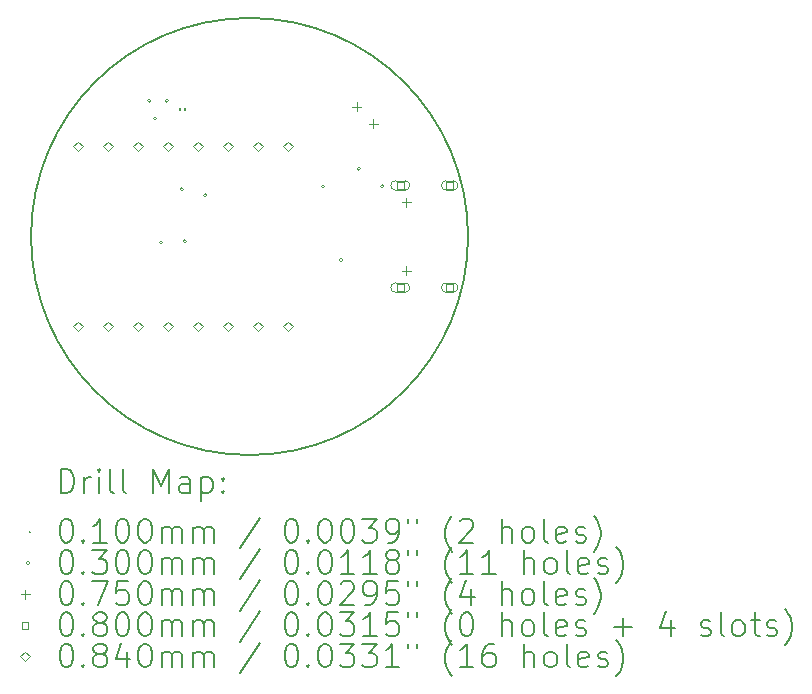
<source format=gbr>
%TF.GenerationSoftware,KiCad,Pcbnew,9.0.1*%
%TF.CreationDate,2025-10-21T12:51:46+03:00*%
%TF.ProjectId,Twyst-Hardware,54777973-742d-4486-9172-64776172652e,rev?*%
%TF.SameCoordinates,Original*%
%TF.FileFunction,Drillmap*%
%TF.FilePolarity,Positive*%
%FSLAX45Y45*%
G04 Gerber Fmt 4.5, Leading zero omitted, Abs format (unit mm)*
G04 Created by KiCad (PCBNEW 9.0.1) date 2025-10-21 12:51:46*
%MOMM*%
%LPD*%
G01*
G04 APERTURE LIST*
%ADD10C,0.200000*%
%ADD11C,0.100000*%
G04 APERTURE END LIST*
D10*
X16850000Y-10500000D02*
G75*
G02*
X13150000Y-10500000I-1850000J0D01*
G01*
X13150000Y-10500000D02*
G75*
G02*
X16850000Y-10500000I1850000J0D01*
G01*
D11*
X14403000Y-9415000D02*
X14413000Y-9425000D01*
X14413000Y-9415000D02*
X14403000Y-9425000D01*
X14443205Y-9415000D02*
X14453205Y-9425000D01*
X14453205Y-9415000D02*
X14443205Y-9425000D01*
X14165000Y-9350000D02*
G75*
G02*
X14135000Y-9350000I-15000J0D01*
G01*
X14135000Y-9350000D02*
G75*
G02*
X14165000Y-9350000I15000J0D01*
G01*
X14215000Y-9500000D02*
G75*
G02*
X14185000Y-9500000I-15000J0D01*
G01*
X14185000Y-9500000D02*
G75*
G02*
X14215000Y-9500000I15000J0D01*
G01*
X14265000Y-10550000D02*
G75*
G02*
X14235000Y-10550000I-15000J0D01*
G01*
X14235000Y-10550000D02*
G75*
G02*
X14265000Y-10550000I15000J0D01*
G01*
X14315000Y-9350000D02*
G75*
G02*
X14285000Y-9350000I-15000J0D01*
G01*
X14285000Y-9350000D02*
G75*
G02*
X14315000Y-9350000I15000J0D01*
G01*
X14440000Y-10100000D02*
G75*
G02*
X14410000Y-10100000I-15000J0D01*
G01*
X14410000Y-10100000D02*
G75*
G02*
X14440000Y-10100000I15000J0D01*
G01*
X14465000Y-10540000D02*
G75*
G02*
X14435000Y-10540000I-15000J0D01*
G01*
X14435000Y-10540000D02*
G75*
G02*
X14465000Y-10540000I15000J0D01*
G01*
X14640000Y-10150000D02*
G75*
G02*
X14610000Y-10150000I-15000J0D01*
G01*
X14610000Y-10150000D02*
G75*
G02*
X14640000Y-10150000I15000J0D01*
G01*
X15637000Y-10075000D02*
G75*
G02*
X15607000Y-10075000I-15000J0D01*
G01*
X15607000Y-10075000D02*
G75*
G02*
X15637000Y-10075000I15000J0D01*
G01*
X15790000Y-10700000D02*
G75*
G02*
X15760000Y-10700000I-15000J0D01*
G01*
X15760000Y-10700000D02*
G75*
G02*
X15790000Y-10700000I15000J0D01*
G01*
X15940000Y-9925000D02*
G75*
G02*
X15910000Y-9925000I-15000J0D01*
G01*
X15910000Y-9925000D02*
G75*
G02*
X15940000Y-9925000I15000J0D01*
G01*
X16137000Y-10075000D02*
G75*
G02*
X16107000Y-10075000I-15000J0D01*
G01*
X16107000Y-10075000D02*
G75*
G02*
X16137000Y-10075000I15000J0D01*
G01*
X15906048Y-9365031D02*
X15906048Y-9440031D01*
X15868548Y-9402531D02*
X15943548Y-9402531D01*
X16047470Y-9506452D02*
X16047470Y-9581452D01*
X16009970Y-9543952D02*
X16084970Y-9543952D01*
X16326000Y-10172500D02*
X16326000Y-10247500D01*
X16288500Y-10210000D02*
X16363500Y-10210000D01*
X16326000Y-10752500D02*
X16326000Y-10827500D01*
X16288500Y-10790000D02*
X16363500Y-10790000D01*
X16304284Y-10095285D02*
X16304284Y-10038716D01*
X16247715Y-10038716D01*
X16247715Y-10095285D01*
X16304284Y-10095285D01*
X16236001Y-10107000D02*
X16315999Y-10107000D01*
X16315999Y-10027000D02*
G75*
G02*
X16315999Y-10107000I0J-40000D01*
G01*
X16315999Y-10027000D02*
X16236001Y-10027000D01*
X16236001Y-10027000D02*
G75*
G03*
X16236001Y-10107000I0J-40000D01*
G01*
X16304284Y-10961285D02*
X16304284Y-10904716D01*
X16247715Y-10904716D01*
X16247715Y-10961285D01*
X16304284Y-10961285D01*
X16235999Y-10973000D02*
X16316001Y-10973000D01*
X16316001Y-10893000D02*
G75*
G02*
X16316001Y-10973000I0J-40000D01*
G01*
X16316001Y-10893000D02*
X16235999Y-10893000D01*
X16235999Y-10893000D02*
G75*
G03*
X16235999Y-10973000I0J-40000D01*
G01*
X16722284Y-10095285D02*
X16722284Y-10038716D01*
X16665715Y-10038716D01*
X16665715Y-10095285D01*
X16722284Y-10095285D01*
X16664000Y-10107000D02*
X16724000Y-10107000D01*
X16724000Y-10027000D02*
G75*
G02*
X16724000Y-10107000I0J-40000D01*
G01*
X16724000Y-10027000D02*
X16664000Y-10027000D01*
X16664000Y-10027000D02*
G75*
G03*
X16664000Y-10107000I0J-40000D01*
G01*
X16722284Y-10961285D02*
X16722284Y-10904716D01*
X16665715Y-10904716D01*
X16665715Y-10961285D01*
X16722284Y-10961285D01*
X16664000Y-10973000D02*
X16724000Y-10973000D01*
X16724000Y-10893000D02*
G75*
G02*
X16724000Y-10973000I0J-40000D01*
G01*
X16724000Y-10893000D02*
X16664000Y-10893000D01*
X16664000Y-10893000D02*
G75*
G03*
X16664000Y-10973000I0J-40000D01*
G01*
X13550000Y-9780000D02*
X13592000Y-9738000D01*
X13550000Y-9696000D01*
X13508000Y-9738000D01*
X13550000Y-9780000D01*
X13550000Y-11304000D02*
X13592000Y-11262000D01*
X13550000Y-11220000D01*
X13508000Y-11262000D01*
X13550000Y-11304000D01*
X13804000Y-9780000D02*
X13846000Y-9738000D01*
X13804000Y-9696000D01*
X13762000Y-9738000D01*
X13804000Y-9780000D01*
X13804000Y-11304000D02*
X13846000Y-11262000D01*
X13804000Y-11220000D01*
X13762000Y-11262000D01*
X13804000Y-11304000D01*
X14058000Y-9780000D02*
X14100000Y-9738000D01*
X14058000Y-9696000D01*
X14016000Y-9738000D01*
X14058000Y-9780000D01*
X14058000Y-11304000D02*
X14100000Y-11262000D01*
X14058000Y-11220000D01*
X14016000Y-11262000D01*
X14058000Y-11304000D01*
X14312000Y-9780000D02*
X14354000Y-9738000D01*
X14312000Y-9696000D01*
X14270000Y-9738000D01*
X14312000Y-9780000D01*
X14312000Y-11304000D02*
X14354000Y-11262000D01*
X14312000Y-11220000D01*
X14270000Y-11262000D01*
X14312000Y-11304000D01*
X14566000Y-9780000D02*
X14608000Y-9738000D01*
X14566000Y-9696000D01*
X14524000Y-9738000D01*
X14566000Y-9780000D01*
X14566000Y-11304000D02*
X14608000Y-11262000D01*
X14566000Y-11220000D01*
X14524000Y-11262000D01*
X14566000Y-11304000D01*
X14820000Y-9780000D02*
X14862000Y-9738000D01*
X14820000Y-9696000D01*
X14778000Y-9738000D01*
X14820000Y-9780000D01*
X14820000Y-11304000D02*
X14862000Y-11262000D01*
X14820000Y-11220000D01*
X14778000Y-11262000D01*
X14820000Y-11304000D01*
X15074000Y-9780000D02*
X15116000Y-9738000D01*
X15074000Y-9696000D01*
X15032000Y-9738000D01*
X15074000Y-9780000D01*
X15074000Y-11304000D02*
X15116000Y-11262000D01*
X15074000Y-11220000D01*
X15032000Y-11262000D01*
X15074000Y-11304000D01*
X15328000Y-9780000D02*
X15370000Y-9738000D01*
X15328000Y-9696000D01*
X15286000Y-9738000D01*
X15328000Y-9780000D01*
X15328000Y-11304000D02*
X15370000Y-11262000D01*
X15328000Y-11220000D01*
X15286000Y-11262000D01*
X15328000Y-11304000D01*
D10*
X13400777Y-12671484D02*
X13400777Y-12471484D01*
X13400777Y-12471484D02*
X13448396Y-12471484D01*
X13448396Y-12471484D02*
X13476967Y-12481008D01*
X13476967Y-12481008D02*
X13496015Y-12500055D01*
X13496015Y-12500055D02*
X13505539Y-12519103D01*
X13505539Y-12519103D02*
X13515062Y-12557198D01*
X13515062Y-12557198D02*
X13515062Y-12585769D01*
X13515062Y-12585769D02*
X13505539Y-12623865D01*
X13505539Y-12623865D02*
X13496015Y-12642912D01*
X13496015Y-12642912D02*
X13476967Y-12661960D01*
X13476967Y-12661960D02*
X13448396Y-12671484D01*
X13448396Y-12671484D02*
X13400777Y-12671484D01*
X13600777Y-12671484D02*
X13600777Y-12538150D01*
X13600777Y-12576246D02*
X13610301Y-12557198D01*
X13610301Y-12557198D02*
X13619824Y-12547674D01*
X13619824Y-12547674D02*
X13638872Y-12538150D01*
X13638872Y-12538150D02*
X13657920Y-12538150D01*
X13724586Y-12671484D02*
X13724586Y-12538150D01*
X13724586Y-12471484D02*
X13715062Y-12481008D01*
X13715062Y-12481008D02*
X13724586Y-12490531D01*
X13724586Y-12490531D02*
X13734110Y-12481008D01*
X13734110Y-12481008D02*
X13724586Y-12471484D01*
X13724586Y-12471484D02*
X13724586Y-12490531D01*
X13848396Y-12671484D02*
X13829348Y-12661960D01*
X13829348Y-12661960D02*
X13819824Y-12642912D01*
X13819824Y-12642912D02*
X13819824Y-12471484D01*
X13953158Y-12671484D02*
X13934110Y-12661960D01*
X13934110Y-12661960D02*
X13924586Y-12642912D01*
X13924586Y-12642912D02*
X13924586Y-12471484D01*
X14181729Y-12671484D02*
X14181729Y-12471484D01*
X14181729Y-12471484D02*
X14248396Y-12614341D01*
X14248396Y-12614341D02*
X14315062Y-12471484D01*
X14315062Y-12471484D02*
X14315062Y-12671484D01*
X14496015Y-12671484D02*
X14496015Y-12566722D01*
X14496015Y-12566722D02*
X14486491Y-12547674D01*
X14486491Y-12547674D02*
X14467443Y-12538150D01*
X14467443Y-12538150D02*
X14429348Y-12538150D01*
X14429348Y-12538150D02*
X14410301Y-12547674D01*
X14496015Y-12661960D02*
X14476967Y-12671484D01*
X14476967Y-12671484D02*
X14429348Y-12671484D01*
X14429348Y-12671484D02*
X14410301Y-12661960D01*
X14410301Y-12661960D02*
X14400777Y-12642912D01*
X14400777Y-12642912D02*
X14400777Y-12623865D01*
X14400777Y-12623865D02*
X14410301Y-12604817D01*
X14410301Y-12604817D02*
X14429348Y-12595293D01*
X14429348Y-12595293D02*
X14476967Y-12595293D01*
X14476967Y-12595293D02*
X14496015Y-12585769D01*
X14591253Y-12538150D02*
X14591253Y-12738150D01*
X14591253Y-12547674D02*
X14610301Y-12538150D01*
X14610301Y-12538150D02*
X14648396Y-12538150D01*
X14648396Y-12538150D02*
X14667443Y-12547674D01*
X14667443Y-12547674D02*
X14676967Y-12557198D01*
X14676967Y-12557198D02*
X14686491Y-12576246D01*
X14686491Y-12576246D02*
X14686491Y-12633388D01*
X14686491Y-12633388D02*
X14676967Y-12652436D01*
X14676967Y-12652436D02*
X14667443Y-12661960D01*
X14667443Y-12661960D02*
X14648396Y-12671484D01*
X14648396Y-12671484D02*
X14610301Y-12671484D01*
X14610301Y-12671484D02*
X14591253Y-12661960D01*
X14772205Y-12652436D02*
X14781729Y-12661960D01*
X14781729Y-12661960D02*
X14772205Y-12671484D01*
X14772205Y-12671484D02*
X14762682Y-12661960D01*
X14762682Y-12661960D02*
X14772205Y-12652436D01*
X14772205Y-12652436D02*
X14772205Y-12671484D01*
X14772205Y-12547674D02*
X14781729Y-12557198D01*
X14781729Y-12557198D02*
X14772205Y-12566722D01*
X14772205Y-12566722D02*
X14762682Y-12557198D01*
X14762682Y-12557198D02*
X14772205Y-12547674D01*
X14772205Y-12547674D02*
X14772205Y-12566722D01*
D11*
X13130000Y-12995000D02*
X13140000Y-13005000D01*
X13140000Y-12995000D02*
X13130000Y-13005000D01*
D10*
X13438872Y-12891484D02*
X13457920Y-12891484D01*
X13457920Y-12891484D02*
X13476967Y-12901008D01*
X13476967Y-12901008D02*
X13486491Y-12910531D01*
X13486491Y-12910531D02*
X13496015Y-12929579D01*
X13496015Y-12929579D02*
X13505539Y-12967674D01*
X13505539Y-12967674D02*
X13505539Y-13015293D01*
X13505539Y-13015293D02*
X13496015Y-13053388D01*
X13496015Y-13053388D02*
X13486491Y-13072436D01*
X13486491Y-13072436D02*
X13476967Y-13081960D01*
X13476967Y-13081960D02*
X13457920Y-13091484D01*
X13457920Y-13091484D02*
X13438872Y-13091484D01*
X13438872Y-13091484D02*
X13419824Y-13081960D01*
X13419824Y-13081960D02*
X13410301Y-13072436D01*
X13410301Y-13072436D02*
X13400777Y-13053388D01*
X13400777Y-13053388D02*
X13391253Y-13015293D01*
X13391253Y-13015293D02*
X13391253Y-12967674D01*
X13391253Y-12967674D02*
X13400777Y-12929579D01*
X13400777Y-12929579D02*
X13410301Y-12910531D01*
X13410301Y-12910531D02*
X13419824Y-12901008D01*
X13419824Y-12901008D02*
X13438872Y-12891484D01*
X13591253Y-13072436D02*
X13600777Y-13081960D01*
X13600777Y-13081960D02*
X13591253Y-13091484D01*
X13591253Y-13091484D02*
X13581729Y-13081960D01*
X13581729Y-13081960D02*
X13591253Y-13072436D01*
X13591253Y-13072436D02*
X13591253Y-13091484D01*
X13791253Y-13091484D02*
X13676967Y-13091484D01*
X13734110Y-13091484D02*
X13734110Y-12891484D01*
X13734110Y-12891484D02*
X13715062Y-12920055D01*
X13715062Y-12920055D02*
X13696015Y-12939103D01*
X13696015Y-12939103D02*
X13676967Y-12948627D01*
X13915062Y-12891484D02*
X13934110Y-12891484D01*
X13934110Y-12891484D02*
X13953158Y-12901008D01*
X13953158Y-12901008D02*
X13962682Y-12910531D01*
X13962682Y-12910531D02*
X13972205Y-12929579D01*
X13972205Y-12929579D02*
X13981729Y-12967674D01*
X13981729Y-12967674D02*
X13981729Y-13015293D01*
X13981729Y-13015293D02*
X13972205Y-13053388D01*
X13972205Y-13053388D02*
X13962682Y-13072436D01*
X13962682Y-13072436D02*
X13953158Y-13081960D01*
X13953158Y-13081960D02*
X13934110Y-13091484D01*
X13934110Y-13091484D02*
X13915062Y-13091484D01*
X13915062Y-13091484D02*
X13896015Y-13081960D01*
X13896015Y-13081960D02*
X13886491Y-13072436D01*
X13886491Y-13072436D02*
X13876967Y-13053388D01*
X13876967Y-13053388D02*
X13867443Y-13015293D01*
X13867443Y-13015293D02*
X13867443Y-12967674D01*
X13867443Y-12967674D02*
X13876967Y-12929579D01*
X13876967Y-12929579D02*
X13886491Y-12910531D01*
X13886491Y-12910531D02*
X13896015Y-12901008D01*
X13896015Y-12901008D02*
X13915062Y-12891484D01*
X14105539Y-12891484D02*
X14124586Y-12891484D01*
X14124586Y-12891484D02*
X14143634Y-12901008D01*
X14143634Y-12901008D02*
X14153158Y-12910531D01*
X14153158Y-12910531D02*
X14162682Y-12929579D01*
X14162682Y-12929579D02*
X14172205Y-12967674D01*
X14172205Y-12967674D02*
X14172205Y-13015293D01*
X14172205Y-13015293D02*
X14162682Y-13053388D01*
X14162682Y-13053388D02*
X14153158Y-13072436D01*
X14153158Y-13072436D02*
X14143634Y-13081960D01*
X14143634Y-13081960D02*
X14124586Y-13091484D01*
X14124586Y-13091484D02*
X14105539Y-13091484D01*
X14105539Y-13091484D02*
X14086491Y-13081960D01*
X14086491Y-13081960D02*
X14076967Y-13072436D01*
X14076967Y-13072436D02*
X14067443Y-13053388D01*
X14067443Y-13053388D02*
X14057920Y-13015293D01*
X14057920Y-13015293D02*
X14057920Y-12967674D01*
X14057920Y-12967674D02*
X14067443Y-12929579D01*
X14067443Y-12929579D02*
X14076967Y-12910531D01*
X14076967Y-12910531D02*
X14086491Y-12901008D01*
X14086491Y-12901008D02*
X14105539Y-12891484D01*
X14257920Y-13091484D02*
X14257920Y-12958150D01*
X14257920Y-12977198D02*
X14267443Y-12967674D01*
X14267443Y-12967674D02*
X14286491Y-12958150D01*
X14286491Y-12958150D02*
X14315063Y-12958150D01*
X14315063Y-12958150D02*
X14334110Y-12967674D01*
X14334110Y-12967674D02*
X14343634Y-12986722D01*
X14343634Y-12986722D02*
X14343634Y-13091484D01*
X14343634Y-12986722D02*
X14353158Y-12967674D01*
X14353158Y-12967674D02*
X14372205Y-12958150D01*
X14372205Y-12958150D02*
X14400777Y-12958150D01*
X14400777Y-12958150D02*
X14419824Y-12967674D01*
X14419824Y-12967674D02*
X14429348Y-12986722D01*
X14429348Y-12986722D02*
X14429348Y-13091484D01*
X14524586Y-13091484D02*
X14524586Y-12958150D01*
X14524586Y-12977198D02*
X14534110Y-12967674D01*
X14534110Y-12967674D02*
X14553158Y-12958150D01*
X14553158Y-12958150D02*
X14581729Y-12958150D01*
X14581729Y-12958150D02*
X14600777Y-12967674D01*
X14600777Y-12967674D02*
X14610301Y-12986722D01*
X14610301Y-12986722D02*
X14610301Y-13091484D01*
X14610301Y-12986722D02*
X14619824Y-12967674D01*
X14619824Y-12967674D02*
X14638872Y-12958150D01*
X14638872Y-12958150D02*
X14667443Y-12958150D01*
X14667443Y-12958150D02*
X14686491Y-12967674D01*
X14686491Y-12967674D02*
X14696015Y-12986722D01*
X14696015Y-12986722D02*
X14696015Y-13091484D01*
X15086491Y-12881960D02*
X14915063Y-13139103D01*
X15343634Y-12891484D02*
X15362682Y-12891484D01*
X15362682Y-12891484D02*
X15381729Y-12901008D01*
X15381729Y-12901008D02*
X15391253Y-12910531D01*
X15391253Y-12910531D02*
X15400777Y-12929579D01*
X15400777Y-12929579D02*
X15410301Y-12967674D01*
X15410301Y-12967674D02*
X15410301Y-13015293D01*
X15410301Y-13015293D02*
X15400777Y-13053388D01*
X15400777Y-13053388D02*
X15391253Y-13072436D01*
X15391253Y-13072436D02*
X15381729Y-13081960D01*
X15381729Y-13081960D02*
X15362682Y-13091484D01*
X15362682Y-13091484D02*
X15343634Y-13091484D01*
X15343634Y-13091484D02*
X15324586Y-13081960D01*
X15324586Y-13081960D02*
X15315063Y-13072436D01*
X15315063Y-13072436D02*
X15305539Y-13053388D01*
X15305539Y-13053388D02*
X15296015Y-13015293D01*
X15296015Y-13015293D02*
X15296015Y-12967674D01*
X15296015Y-12967674D02*
X15305539Y-12929579D01*
X15305539Y-12929579D02*
X15315063Y-12910531D01*
X15315063Y-12910531D02*
X15324586Y-12901008D01*
X15324586Y-12901008D02*
X15343634Y-12891484D01*
X15496015Y-13072436D02*
X15505539Y-13081960D01*
X15505539Y-13081960D02*
X15496015Y-13091484D01*
X15496015Y-13091484D02*
X15486491Y-13081960D01*
X15486491Y-13081960D02*
X15496015Y-13072436D01*
X15496015Y-13072436D02*
X15496015Y-13091484D01*
X15629348Y-12891484D02*
X15648396Y-12891484D01*
X15648396Y-12891484D02*
X15667444Y-12901008D01*
X15667444Y-12901008D02*
X15676967Y-12910531D01*
X15676967Y-12910531D02*
X15686491Y-12929579D01*
X15686491Y-12929579D02*
X15696015Y-12967674D01*
X15696015Y-12967674D02*
X15696015Y-13015293D01*
X15696015Y-13015293D02*
X15686491Y-13053388D01*
X15686491Y-13053388D02*
X15676967Y-13072436D01*
X15676967Y-13072436D02*
X15667444Y-13081960D01*
X15667444Y-13081960D02*
X15648396Y-13091484D01*
X15648396Y-13091484D02*
X15629348Y-13091484D01*
X15629348Y-13091484D02*
X15610301Y-13081960D01*
X15610301Y-13081960D02*
X15600777Y-13072436D01*
X15600777Y-13072436D02*
X15591253Y-13053388D01*
X15591253Y-13053388D02*
X15581729Y-13015293D01*
X15581729Y-13015293D02*
X15581729Y-12967674D01*
X15581729Y-12967674D02*
X15591253Y-12929579D01*
X15591253Y-12929579D02*
X15600777Y-12910531D01*
X15600777Y-12910531D02*
X15610301Y-12901008D01*
X15610301Y-12901008D02*
X15629348Y-12891484D01*
X15819825Y-12891484D02*
X15838872Y-12891484D01*
X15838872Y-12891484D02*
X15857920Y-12901008D01*
X15857920Y-12901008D02*
X15867444Y-12910531D01*
X15867444Y-12910531D02*
X15876967Y-12929579D01*
X15876967Y-12929579D02*
X15886491Y-12967674D01*
X15886491Y-12967674D02*
X15886491Y-13015293D01*
X15886491Y-13015293D02*
X15876967Y-13053388D01*
X15876967Y-13053388D02*
X15867444Y-13072436D01*
X15867444Y-13072436D02*
X15857920Y-13081960D01*
X15857920Y-13081960D02*
X15838872Y-13091484D01*
X15838872Y-13091484D02*
X15819825Y-13091484D01*
X15819825Y-13091484D02*
X15800777Y-13081960D01*
X15800777Y-13081960D02*
X15791253Y-13072436D01*
X15791253Y-13072436D02*
X15781729Y-13053388D01*
X15781729Y-13053388D02*
X15772206Y-13015293D01*
X15772206Y-13015293D02*
X15772206Y-12967674D01*
X15772206Y-12967674D02*
X15781729Y-12929579D01*
X15781729Y-12929579D02*
X15791253Y-12910531D01*
X15791253Y-12910531D02*
X15800777Y-12901008D01*
X15800777Y-12901008D02*
X15819825Y-12891484D01*
X15953158Y-12891484D02*
X16076967Y-12891484D01*
X16076967Y-12891484D02*
X16010301Y-12967674D01*
X16010301Y-12967674D02*
X16038872Y-12967674D01*
X16038872Y-12967674D02*
X16057920Y-12977198D01*
X16057920Y-12977198D02*
X16067444Y-12986722D01*
X16067444Y-12986722D02*
X16076967Y-13005769D01*
X16076967Y-13005769D02*
X16076967Y-13053388D01*
X16076967Y-13053388D02*
X16067444Y-13072436D01*
X16067444Y-13072436D02*
X16057920Y-13081960D01*
X16057920Y-13081960D02*
X16038872Y-13091484D01*
X16038872Y-13091484D02*
X15981729Y-13091484D01*
X15981729Y-13091484D02*
X15962682Y-13081960D01*
X15962682Y-13081960D02*
X15953158Y-13072436D01*
X16172206Y-13091484D02*
X16210301Y-13091484D01*
X16210301Y-13091484D02*
X16229348Y-13081960D01*
X16229348Y-13081960D02*
X16238872Y-13072436D01*
X16238872Y-13072436D02*
X16257920Y-13043865D01*
X16257920Y-13043865D02*
X16267444Y-13005769D01*
X16267444Y-13005769D02*
X16267444Y-12929579D01*
X16267444Y-12929579D02*
X16257920Y-12910531D01*
X16257920Y-12910531D02*
X16248396Y-12901008D01*
X16248396Y-12901008D02*
X16229348Y-12891484D01*
X16229348Y-12891484D02*
X16191253Y-12891484D01*
X16191253Y-12891484D02*
X16172206Y-12901008D01*
X16172206Y-12901008D02*
X16162682Y-12910531D01*
X16162682Y-12910531D02*
X16153158Y-12929579D01*
X16153158Y-12929579D02*
X16153158Y-12977198D01*
X16153158Y-12977198D02*
X16162682Y-12996246D01*
X16162682Y-12996246D02*
X16172206Y-13005769D01*
X16172206Y-13005769D02*
X16191253Y-13015293D01*
X16191253Y-13015293D02*
X16229348Y-13015293D01*
X16229348Y-13015293D02*
X16248396Y-13005769D01*
X16248396Y-13005769D02*
X16257920Y-12996246D01*
X16257920Y-12996246D02*
X16267444Y-12977198D01*
X16343634Y-12891484D02*
X16343634Y-12929579D01*
X16419825Y-12891484D02*
X16419825Y-12929579D01*
X16715063Y-13167674D02*
X16705539Y-13158150D01*
X16705539Y-13158150D02*
X16686491Y-13129579D01*
X16686491Y-13129579D02*
X16676968Y-13110531D01*
X16676968Y-13110531D02*
X16667444Y-13081960D01*
X16667444Y-13081960D02*
X16657920Y-13034341D01*
X16657920Y-13034341D02*
X16657920Y-12996246D01*
X16657920Y-12996246D02*
X16667444Y-12948627D01*
X16667444Y-12948627D02*
X16676968Y-12920055D01*
X16676968Y-12920055D02*
X16686491Y-12901008D01*
X16686491Y-12901008D02*
X16705539Y-12872436D01*
X16705539Y-12872436D02*
X16715063Y-12862912D01*
X16781730Y-12910531D02*
X16791253Y-12901008D01*
X16791253Y-12901008D02*
X16810301Y-12891484D01*
X16810301Y-12891484D02*
X16857920Y-12891484D01*
X16857920Y-12891484D02*
X16876968Y-12901008D01*
X16876968Y-12901008D02*
X16886491Y-12910531D01*
X16886491Y-12910531D02*
X16896015Y-12929579D01*
X16896015Y-12929579D02*
X16896015Y-12948627D01*
X16896015Y-12948627D02*
X16886491Y-12977198D01*
X16886491Y-12977198D02*
X16772206Y-13091484D01*
X16772206Y-13091484D02*
X16896015Y-13091484D01*
X17134111Y-13091484D02*
X17134111Y-12891484D01*
X17219825Y-13091484D02*
X17219825Y-12986722D01*
X17219825Y-12986722D02*
X17210301Y-12967674D01*
X17210301Y-12967674D02*
X17191253Y-12958150D01*
X17191253Y-12958150D02*
X17162682Y-12958150D01*
X17162682Y-12958150D02*
X17143634Y-12967674D01*
X17143634Y-12967674D02*
X17134111Y-12977198D01*
X17343634Y-13091484D02*
X17324587Y-13081960D01*
X17324587Y-13081960D02*
X17315063Y-13072436D01*
X17315063Y-13072436D02*
X17305539Y-13053388D01*
X17305539Y-13053388D02*
X17305539Y-12996246D01*
X17305539Y-12996246D02*
X17315063Y-12977198D01*
X17315063Y-12977198D02*
X17324587Y-12967674D01*
X17324587Y-12967674D02*
X17343634Y-12958150D01*
X17343634Y-12958150D02*
X17372206Y-12958150D01*
X17372206Y-12958150D02*
X17391253Y-12967674D01*
X17391253Y-12967674D02*
X17400777Y-12977198D01*
X17400777Y-12977198D02*
X17410301Y-12996246D01*
X17410301Y-12996246D02*
X17410301Y-13053388D01*
X17410301Y-13053388D02*
X17400777Y-13072436D01*
X17400777Y-13072436D02*
X17391253Y-13081960D01*
X17391253Y-13081960D02*
X17372206Y-13091484D01*
X17372206Y-13091484D02*
X17343634Y-13091484D01*
X17524587Y-13091484D02*
X17505539Y-13081960D01*
X17505539Y-13081960D02*
X17496015Y-13062912D01*
X17496015Y-13062912D02*
X17496015Y-12891484D01*
X17676968Y-13081960D02*
X17657920Y-13091484D01*
X17657920Y-13091484D02*
X17619825Y-13091484D01*
X17619825Y-13091484D02*
X17600777Y-13081960D01*
X17600777Y-13081960D02*
X17591253Y-13062912D01*
X17591253Y-13062912D02*
X17591253Y-12986722D01*
X17591253Y-12986722D02*
X17600777Y-12967674D01*
X17600777Y-12967674D02*
X17619825Y-12958150D01*
X17619825Y-12958150D02*
X17657920Y-12958150D01*
X17657920Y-12958150D02*
X17676968Y-12967674D01*
X17676968Y-12967674D02*
X17686492Y-12986722D01*
X17686492Y-12986722D02*
X17686492Y-13005769D01*
X17686492Y-13005769D02*
X17591253Y-13024817D01*
X17762682Y-13081960D02*
X17781730Y-13091484D01*
X17781730Y-13091484D02*
X17819825Y-13091484D01*
X17819825Y-13091484D02*
X17838873Y-13081960D01*
X17838873Y-13081960D02*
X17848396Y-13062912D01*
X17848396Y-13062912D02*
X17848396Y-13053388D01*
X17848396Y-13053388D02*
X17838873Y-13034341D01*
X17838873Y-13034341D02*
X17819825Y-13024817D01*
X17819825Y-13024817D02*
X17791253Y-13024817D01*
X17791253Y-13024817D02*
X17772206Y-13015293D01*
X17772206Y-13015293D02*
X17762682Y-12996246D01*
X17762682Y-12996246D02*
X17762682Y-12986722D01*
X17762682Y-12986722D02*
X17772206Y-12967674D01*
X17772206Y-12967674D02*
X17791253Y-12958150D01*
X17791253Y-12958150D02*
X17819825Y-12958150D01*
X17819825Y-12958150D02*
X17838873Y-12967674D01*
X17915063Y-13167674D02*
X17924587Y-13158150D01*
X17924587Y-13158150D02*
X17943634Y-13129579D01*
X17943634Y-13129579D02*
X17953158Y-13110531D01*
X17953158Y-13110531D02*
X17962682Y-13081960D01*
X17962682Y-13081960D02*
X17972206Y-13034341D01*
X17972206Y-13034341D02*
X17972206Y-12996246D01*
X17972206Y-12996246D02*
X17962682Y-12948627D01*
X17962682Y-12948627D02*
X17953158Y-12920055D01*
X17953158Y-12920055D02*
X17943634Y-12901008D01*
X17943634Y-12901008D02*
X17924587Y-12872436D01*
X17924587Y-12872436D02*
X17915063Y-12862912D01*
D11*
X13140000Y-13264000D02*
G75*
G02*
X13110000Y-13264000I-15000J0D01*
G01*
X13110000Y-13264000D02*
G75*
G02*
X13140000Y-13264000I15000J0D01*
G01*
D10*
X13438872Y-13155484D02*
X13457920Y-13155484D01*
X13457920Y-13155484D02*
X13476967Y-13165008D01*
X13476967Y-13165008D02*
X13486491Y-13174531D01*
X13486491Y-13174531D02*
X13496015Y-13193579D01*
X13496015Y-13193579D02*
X13505539Y-13231674D01*
X13505539Y-13231674D02*
X13505539Y-13279293D01*
X13505539Y-13279293D02*
X13496015Y-13317388D01*
X13496015Y-13317388D02*
X13486491Y-13336436D01*
X13486491Y-13336436D02*
X13476967Y-13345960D01*
X13476967Y-13345960D02*
X13457920Y-13355484D01*
X13457920Y-13355484D02*
X13438872Y-13355484D01*
X13438872Y-13355484D02*
X13419824Y-13345960D01*
X13419824Y-13345960D02*
X13410301Y-13336436D01*
X13410301Y-13336436D02*
X13400777Y-13317388D01*
X13400777Y-13317388D02*
X13391253Y-13279293D01*
X13391253Y-13279293D02*
X13391253Y-13231674D01*
X13391253Y-13231674D02*
X13400777Y-13193579D01*
X13400777Y-13193579D02*
X13410301Y-13174531D01*
X13410301Y-13174531D02*
X13419824Y-13165008D01*
X13419824Y-13165008D02*
X13438872Y-13155484D01*
X13591253Y-13336436D02*
X13600777Y-13345960D01*
X13600777Y-13345960D02*
X13591253Y-13355484D01*
X13591253Y-13355484D02*
X13581729Y-13345960D01*
X13581729Y-13345960D02*
X13591253Y-13336436D01*
X13591253Y-13336436D02*
X13591253Y-13355484D01*
X13667443Y-13155484D02*
X13791253Y-13155484D01*
X13791253Y-13155484D02*
X13724586Y-13231674D01*
X13724586Y-13231674D02*
X13753158Y-13231674D01*
X13753158Y-13231674D02*
X13772205Y-13241198D01*
X13772205Y-13241198D02*
X13781729Y-13250722D01*
X13781729Y-13250722D02*
X13791253Y-13269769D01*
X13791253Y-13269769D02*
X13791253Y-13317388D01*
X13791253Y-13317388D02*
X13781729Y-13336436D01*
X13781729Y-13336436D02*
X13772205Y-13345960D01*
X13772205Y-13345960D02*
X13753158Y-13355484D01*
X13753158Y-13355484D02*
X13696015Y-13355484D01*
X13696015Y-13355484D02*
X13676967Y-13345960D01*
X13676967Y-13345960D02*
X13667443Y-13336436D01*
X13915062Y-13155484D02*
X13934110Y-13155484D01*
X13934110Y-13155484D02*
X13953158Y-13165008D01*
X13953158Y-13165008D02*
X13962682Y-13174531D01*
X13962682Y-13174531D02*
X13972205Y-13193579D01*
X13972205Y-13193579D02*
X13981729Y-13231674D01*
X13981729Y-13231674D02*
X13981729Y-13279293D01*
X13981729Y-13279293D02*
X13972205Y-13317388D01*
X13972205Y-13317388D02*
X13962682Y-13336436D01*
X13962682Y-13336436D02*
X13953158Y-13345960D01*
X13953158Y-13345960D02*
X13934110Y-13355484D01*
X13934110Y-13355484D02*
X13915062Y-13355484D01*
X13915062Y-13355484D02*
X13896015Y-13345960D01*
X13896015Y-13345960D02*
X13886491Y-13336436D01*
X13886491Y-13336436D02*
X13876967Y-13317388D01*
X13876967Y-13317388D02*
X13867443Y-13279293D01*
X13867443Y-13279293D02*
X13867443Y-13231674D01*
X13867443Y-13231674D02*
X13876967Y-13193579D01*
X13876967Y-13193579D02*
X13886491Y-13174531D01*
X13886491Y-13174531D02*
X13896015Y-13165008D01*
X13896015Y-13165008D02*
X13915062Y-13155484D01*
X14105539Y-13155484D02*
X14124586Y-13155484D01*
X14124586Y-13155484D02*
X14143634Y-13165008D01*
X14143634Y-13165008D02*
X14153158Y-13174531D01*
X14153158Y-13174531D02*
X14162682Y-13193579D01*
X14162682Y-13193579D02*
X14172205Y-13231674D01*
X14172205Y-13231674D02*
X14172205Y-13279293D01*
X14172205Y-13279293D02*
X14162682Y-13317388D01*
X14162682Y-13317388D02*
X14153158Y-13336436D01*
X14153158Y-13336436D02*
X14143634Y-13345960D01*
X14143634Y-13345960D02*
X14124586Y-13355484D01*
X14124586Y-13355484D02*
X14105539Y-13355484D01*
X14105539Y-13355484D02*
X14086491Y-13345960D01*
X14086491Y-13345960D02*
X14076967Y-13336436D01*
X14076967Y-13336436D02*
X14067443Y-13317388D01*
X14067443Y-13317388D02*
X14057920Y-13279293D01*
X14057920Y-13279293D02*
X14057920Y-13231674D01*
X14057920Y-13231674D02*
X14067443Y-13193579D01*
X14067443Y-13193579D02*
X14076967Y-13174531D01*
X14076967Y-13174531D02*
X14086491Y-13165008D01*
X14086491Y-13165008D02*
X14105539Y-13155484D01*
X14257920Y-13355484D02*
X14257920Y-13222150D01*
X14257920Y-13241198D02*
X14267443Y-13231674D01*
X14267443Y-13231674D02*
X14286491Y-13222150D01*
X14286491Y-13222150D02*
X14315063Y-13222150D01*
X14315063Y-13222150D02*
X14334110Y-13231674D01*
X14334110Y-13231674D02*
X14343634Y-13250722D01*
X14343634Y-13250722D02*
X14343634Y-13355484D01*
X14343634Y-13250722D02*
X14353158Y-13231674D01*
X14353158Y-13231674D02*
X14372205Y-13222150D01*
X14372205Y-13222150D02*
X14400777Y-13222150D01*
X14400777Y-13222150D02*
X14419824Y-13231674D01*
X14419824Y-13231674D02*
X14429348Y-13250722D01*
X14429348Y-13250722D02*
X14429348Y-13355484D01*
X14524586Y-13355484D02*
X14524586Y-13222150D01*
X14524586Y-13241198D02*
X14534110Y-13231674D01*
X14534110Y-13231674D02*
X14553158Y-13222150D01*
X14553158Y-13222150D02*
X14581729Y-13222150D01*
X14581729Y-13222150D02*
X14600777Y-13231674D01*
X14600777Y-13231674D02*
X14610301Y-13250722D01*
X14610301Y-13250722D02*
X14610301Y-13355484D01*
X14610301Y-13250722D02*
X14619824Y-13231674D01*
X14619824Y-13231674D02*
X14638872Y-13222150D01*
X14638872Y-13222150D02*
X14667443Y-13222150D01*
X14667443Y-13222150D02*
X14686491Y-13231674D01*
X14686491Y-13231674D02*
X14696015Y-13250722D01*
X14696015Y-13250722D02*
X14696015Y-13355484D01*
X15086491Y-13145960D02*
X14915063Y-13403103D01*
X15343634Y-13155484D02*
X15362682Y-13155484D01*
X15362682Y-13155484D02*
X15381729Y-13165008D01*
X15381729Y-13165008D02*
X15391253Y-13174531D01*
X15391253Y-13174531D02*
X15400777Y-13193579D01*
X15400777Y-13193579D02*
X15410301Y-13231674D01*
X15410301Y-13231674D02*
X15410301Y-13279293D01*
X15410301Y-13279293D02*
X15400777Y-13317388D01*
X15400777Y-13317388D02*
X15391253Y-13336436D01*
X15391253Y-13336436D02*
X15381729Y-13345960D01*
X15381729Y-13345960D02*
X15362682Y-13355484D01*
X15362682Y-13355484D02*
X15343634Y-13355484D01*
X15343634Y-13355484D02*
X15324586Y-13345960D01*
X15324586Y-13345960D02*
X15315063Y-13336436D01*
X15315063Y-13336436D02*
X15305539Y-13317388D01*
X15305539Y-13317388D02*
X15296015Y-13279293D01*
X15296015Y-13279293D02*
X15296015Y-13231674D01*
X15296015Y-13231674D02*
X15305539Y-13193579D01*
X15305539Y-13193579D02*
X15315063Y-13174531D01*
X15315063Y-13174531D02*
X15324586Y-13165008D01*
X15324586Y-13165008D02*
X15343634Y-13155484D01*
X15496015Y-13336436D02*
X15505539Y-13345960D01*
X15505539Y-13345960D02*
X15496015Y-13355484D01*
X15496015Y-13355484D02*
X15486491Y-13345960D01*
X15486491Y-13345960D02*
X15496015Y-13336436D01*
X15496015Y-13336436D02*
X15496015Y-13355484D01*
X15629348Y-13155484D02*
X15648396Y-13155484D01*
X15648396Y-13155484D02*
X15667444Y-13165008D01*
X15667444Y-13165008D02*
X15676967Y-13174531D01*
X15676967Y-13174531D02*
X15686491Y-13193579D01*
X15686491Y-13193579D02*
X15696015Y-13231674D01*
X15696015Y-13231674D02*
X15696015Y-13279293D01*
X15696015Y-13279293D02*
X15686491Y-13317388D01*
X15686491Y-13317388D02*
X15676967Y-13336436D01*
X15676967Y-13336436D02*
X15667444Y-13345960D01*
X15667444Y-13345960D02*
X15648396Y-13355484D01*
X15648396Y-13355484D02*
X15629348Y-13355484D01*
X15629348Y-13355484D02*
X15610301Y-13345960D01*
X15610301Y-13345960D02*
X15600777Y-13336436D01*
X15600777Y-13336436D02*
X15591253Y-13317388D01*
X15591253Y-13317388D02*
X15581729Y-13279293D01*
X15581729Y-13279293D02*
X15581729Y-13231674D01*
X15581729Y-13231674D02*
X15591253Y-13193579D01*
X15591253Y-13193579D02*
X15600777Y-13174531D01*
X15600777Y-13174531D02*
X15610301Y-13165008D01*
X15610301Y-13165008D02*
X15629348Y-13155484D01*
X15886491Y-13355484D02*
X15772206Y-13355484D01*
X15829348Y-13355484D02*
X15829348Y-13155484D01*
X15829348Y-13155484D02*
X15810301Y-13184055D01*
X15810301Y-13184055D02*
X15791253Y-13203103D01*
X15791253Y-13203103D02*
X15772206Y-13212627D01*
X16076967Y-13355484D02*
X15962682Y-13355484D01*
X16019825Y-13355484D02*
X16019825Y-13155484D01*
X16019825Y-13155484D02*
X16000777Y-13184055D01*
X16000777Y-13184055D02*
X15981729Y-13203103D01*
X15981729Y-13203103D02*
X15962682Y-13212627D01*
X16191253Y-13241198D02*
X16172206Y-13231674D01*
X16172206Y-13231674D02*
X16162682Y-13222150D01*
X16162682Y-13222150D02*
X16153158Y-13203103D01*
X16153158Y-13203103D02*
X16153158Y-13193579D01*
X16153158Y-13193579D02*
X16162682Y-13174531D01*
X16162682Y-13174531D02*
X16172206Y-13165008D01*
X16172206Y-13165008D02*
X16191253Y-13155484D01*
X16191253Y-13155484D02*
X16229348Y-13155484D01*
X16229348Y-13155484D02*
X16248396Y-13165008D01*
X16248396Y-13165008D02*
X16257920Y-13174531D01*
X16257920Y-13174531D02*
X16267444Y-13193579D01*
X16267444Y-13193579D02*
X16267444Y-13203103D01*
X16267444Y-13203103D02*
X16257920Y-13222150D01*
X16257920Y-13222150D02*
X16248396Y-13231674D01*
X16248396Y-13231674D02*
X16229348Y-13241198D01*
X16229348Y-13241198D02*
X16191253Y-13241198D01*
X16191253Y-13241198D02*
X16172206Y-13250722D01*
X16172206Y-13250722D02*
X16162682Y-13260246D01*
X16162682Y-13260246D02*
X16153158Y-13279293D01*
X16153158Y-13279293D02*
X16153158Y-13317388D01*
X16153158Y-13317388D02*
X16162682Y-13336436D01*
X16162682Y-13336436D02*
X16172206Y-13345960D01*
X16172206Y-13345960D02*
X16191253Y-13355484D01*
X16191253Y-13355484D02*
X16229348Y-13355484D01*
X16229348Y-13355484D02*
X16248396Y-13345960D01*
X16248396Y-13345960D02*
X16257920Y-13336436D01*
X16257920Y-13336436D02*
X16267444Y-13317388D01*
X16267444Y-13317388D02*
X16267444Y-13279293D01*
X16267444Y-13279293D02*
X16257920Y-13260246D01*
X16257920Y-13260246D02*
X16248396Y-13250722D01*
X16248396Y-13250722D02*
X16229348Y-13241198D01*
X16343634Y-13155484D02*
X16343634Y-13193579D01*
X16419825Y-13155484D02*
X16419825Y-13193579D01*
X16715063Y-13431674D02*
X16705539Y-13422150D01*
X16705539Y-13422150D02*
X16686491Y-13393579D01*
X16686491Y-13393579D02*
X16676968Y-13374531D01*
X16676968Y-13374531D02*
X16667444Y-13345960D01*
X16667444Y-13345960D02*
X16657920Y-13298341D01*
X16657920Y-13298341D02*
X16657920Y-13260246D01*
X16657920Y-13260246D02*
X16667444Y-13212627D01*
X16667444Y-13212627D02*
X16676968Y-13184055D01*
X16676968Y-13184055D02*
X16686491Y-13165008D01*
X16686491Y-13165008D02*
X16705539Y-13136436D01*
X16705539Y-13136436D02*
X16715063Y-13126912D01*
X16896015Y-13355484D02*
X16781730Y-13355484D01*
X16838872Y-13355484D02*
X16838872Y-13155484D01*
X16838872Y-13155484D02*
X16819825Y-13184055D01*
X16819825Y-13184055D02*
X16800777Y-13203103D01*
X16800777Y-13203103D02*
X16781730Y-13212627D01*
X17086491Y-13355484D02*
X16972206Y-13355484D01*
X17029349Y-13355484D02*
X17029349Y-13155484D01*
X17029349Y-13155484D02*
X17010301Y-13184055D01*
X17010301Y-13184055D02*
X16991253Y-13203103D01*
X16991253Y-13203103D02*
X16972206Y-13212627D01*
X17324587Y-13355484D02*
X17324587Y-13155484D01*
X17410301Y-13355484D02*
X17410301Y-13250722D01*
X17410301Y-13250722D02*
X17400777Y-13231674D01*
X17400777Y-13231674D02*
X17381730Y-13222150D01*
X17381730Y-13222150D02*
X17353158Y-13222150D01*
X17353158Y-13222150D02*
X17334111Y-13231674D01*
X17334111Y-13231674D02*
X17324587Y-13241198D01*
X17534111Y-13355484D02*
X17515063Y-13345960D01*
X17515063Y-13345960D02*
X17505539Y-13336436D01*
X17505539Y-13336436D02*
X17496015Y-13317388D01*
X17496015Y-13317388D02*
X17496015Y-13260246D01*
X17496015Y-13260246D02*
X17505539Y-13241198D01*
X17505539Y-13241198D02*
X17515063Y-13231674D01*
X17515063Y-13231674D02*
X17534111Y-13222150D01*
X17534111Y-13222150D02*
X17562682Y-13222150D01*
X17562682Y-13222150D02*
X17581730Y-13231674D01*
X17581730Y-13231674D02*
X17591253Y-13241198D01*
X17591253Y-13241198D02*
X17600777Y-13260246D01*
X17600777Y-13260246D02*
X17600777Y-13317388D01*
X17600777Y-13317388D02*
X17591253Y-13336436D01*
X17591253Y-13336436D02*
X17581730Y-13345960D01*
X17581730Y-13345960D02*
X17562682Y-13355484D01*
X17562682Y-13355484D02*
X17534111Y-13355484D01*
X17715063Y-13355484D02*
X17696015Y-13345960D01*
X17696015Y-13345960D02*
X17686492Y-13326912D01*
X17686492Y-13326912D02*
X17686492Y-13155484D01*
X17867444Y-13345960D02*
X17848396Y-13355484D01*
X17848396Y-13355484D02*
X17810301Y-13355484D01*
X17810301Y-13355484D02*
X17791253Y-13345960D01*
X17791253Y-13345960D02*
X17781730Y-13326912D01*
X17781730Y-13326912D02*
X17781730Y-13250722D01*
X17781730Y-13250722D02*
X17791253Y-13231674D01*
X17791253Y-13231674D02*
X17810301Y-13222150D01*
X17810301Y-13222150D02*
X17848396Y-13222150D01*
X17848396Y-13222150D02*
X17867444Y-13231674D01*
X17867444Y-13231674D02*
X17876968Y-13250722D01*
X17876968Y-13250722D02*
X17876968Y-13269769D01*
X17876968Y-13269769D02*
X17781730Y-13288817D01*
X17953158Y-13345960D02*
X17972206Y-13355484D01*
X17972206Y-13355484D02*
X18010301Y-13355484D01*
X18010301Y-13355484D02*
X18029349Y-13345960D01*
X18029349Y-13345960D02*
X18038873Y-13326912D01*
X18038873Y-13326912D02*
X18038873Y-13317388D01*
X18038873Y-13317388D02*
X18029349Y-13298341D01*
X18029349Y-13298341D02*
X18010301Y-13288817D01*
X18010301Y-13288817D02*
X17981730Y-13288817D01*
X17981730Y-13288817D02*
X17962682Y-13279293D01*
X17962682Y-13279293D02*
X17953158Y-13260246D01*
X17953158Y-13260246D02*
X17953158Y-13250722D01*
X17953158Y-13250722D02*
X17962682Y-13231674D01*
X17962682Y-13231674D02*
X17981730Y-13222150D01*
X17981730Y-13222150D02*
X18010301Y-13222150D01*
X18010301Y-13222150D02*
X18029349Y-13231674D01*
X18105539Y-13431674D02*
X18115063Y-13422150D01*
X18115063Y-13422150D02*
X18134111Y-13393579D01*
X18134111Y-13393579D02*
X18143634Y-13374531D01*
X18143634Y-13374531D02*
X18153158Y-13345960D01*
X18153158Y-13345960D02*
X18162682Y-13298341D01*
X18162682Y-13298341D02*
X18162682Y-13260246D01*
X18162682Y-13260246D02*
X18153158Y-13212627D01*
X18153158Y-13212627D02*
X18143634Y-13184055D01*
X18143634Y-13184055D02*
X18134111Y-13165008D01*
X18134111Y-13165008D02*
X18115063Y-13136436D01*
X18115063Y-13136436D02*
X18105539Y-13126912D01*
D11*
X13102500Y-13490500D02*
X13102500Y-13565500D01*
X13065000Y-13528000D02*
X13140000Y-13528000D01*
D10*
X13438872Y-13419484D02*
X13457920Y-13419484D01*
X13457920Y-13419484D02*
X13476967Y-13429008D01*
X13476967Y-13429008D02*
X13486491Y-13438531D01*
X13486491Y-13438531D02*
X13496015Y-13457579D01*
X13496015Y-13457579D02*
X13505539Y-13495674D01*
X13505539Y-13495674D02*
X13505539Y-13543293D01*
X13505539Y-13543293D02*
X13496015Y-13581388D01*
X13496015Y-13581388D02*
X13486491Y-13600436D01*
X13486491Y-13600436D02*
X13476967Y-13609960D01*
X13476967Y-13609960D02*
X13457920Y-13619484D01*
X13457920Y-13619484D02*
X13438872Y-13619484D01*
X13438872Y-13619484D02*
X13419824Y-13609960D01*
X13419824Y-13609960D02*
X13410301Y-13600436D01*
X13410301Y-13600436D02*
X13400777Y-13581388D01*
X13400777Y-13581388D02*
X13391253Y-13543293D01*
X13391253Y-13543293D02*
X13391253Y-13495674D01*
X13391253Y-13495674D02*
X13400777Y-13457579D01*
X13400777Y-13457579D02*
X13410301Y-13438531D01*
X13410301Y-13438531D02*
X13419824Y-13429008D01*
X13419824Y-13429008D02*
X13438872Y-13419484D01*
X13591253Y-13600436D02*
X13600777Y-13609960D01*
X13600777Y-13609960D02*
X13591253Y-13619484D01*
X13591253Y-13619484D02*
X13581729Y-13609960D01*
X13581729Y-13609960D02*
X13591253Y-13600436D01*
X13591253Y-13600436D02*
X13591253Y-13619484D01*
X13667443Y-13419484D02*
X13800777Y-13419484D01*
X13800777Y-13419484D02*
X13715062Y-13619484D01*
X13972205Y-13419484D02*
X13876967Y-13419484D01*
X13876967Y-13419484D02*
X13867443Y-13514722D01*
X13867443Y-13514722D02*
X13876967Y-13505198D01*
X13876967Y-13505198D02*
X13896015Y-13495674D01*
X13896015Y-13495674D02*
X13943634Y-13495674D01*
X13943634Y-13495674D02*
X13962682Y-13505198D01*
X13962682Y-13505198D02*
X13972205Y-13514722D01*
X13972205Y-13514722D02*
X13981729Y-13533769D01*
X13981729Y-13533769D02*
X13981729Y-13581388D01*
X13981729Y-13581388D02*
X13972205Y-13600436D01*
X13972205Y-13600436D02*
X13962682Y-13609960D01*
X13962682Y-13609960D02*
X13943634Y-13619484D01*
X13943634Y-13619484D02*
X13896015Y-13619484D01*
X13896015Y-13619484D02*
X13876967Y-13609960D01*
X13876967Y-13609960D02*
X13867443Y-13600436D01*
X14105539Y-13419484D02*
X14124586Y-13419484D01*
X14124586Y-13419484D02*
X14143634Y-13429008D01*
X14143634Y-13429008D02*
X14153158Y-13438531D01*
X14153158Y-13438531D02*
X14162682Y-13457579D01*
X14162682Y-13457579D02*
X14172205Y-13495674D01*
X14172205Y-13495674D02*
X14172205Y-13543293D01*
X14172205Y-13543293D02*
X14162682Y-13581388D01*
X14162682Y-13581388D02*
X14153158Y-13600436D01*
X14153158Y-13600436D02*
X14143634Y-13609960D01*
X14143634Y-13609960D02*
X14124586Y-13619484D01*
X14124586Y-13619484D02*
X14105539Y-13619484D01*
X14105539Y-13619484D02*
X14086491Y-13609960D01*
X14086491Y-13609960D02*
X14076967Y-13600436D01*
X14076967Y-13600436D02*
X14067443Y-13581388D01*
X14067443Y-13581388D02*
X14057920Y-13543293D01*
X14057920Y-13543293D02*
X14057920Y-13495674D01*
X14057920Y-13495674D02*
X14067443Y-13457579D01*
X14067443Y-13457579D02*
X14076967Y-13438531D01*
X14076967Y-13438531D02*
X14086491Y-13429008D01*
X14086491Y-13429008D02*
X14105539Y-13419484D01*
X14257920Y-13619484D02*
X14257920Y-13486150D01*
X14257920Y-13505198D02*
X14267443Y-13495674D01*
X14267443Y-13495674D02*
X14286491Y-13486150D01*
X14286491Y-13486150D02*
X14315063Y-13486150D01*
X14315063Y-13486150D02*
X14334110Y-13495674D01*
X14334110Y-13495674D02*
X14343634Y-13514722D01*
X14343634Y-13514722D02*
X14343634Y-13619484D01*
X14343634Y-13514722D02*
X14353158Y-13495674D01*
X14353158Y-13495674D02*
X14372205Y-13486150D01*
X14372205Y-13486150D02*
X14400777Y-13486150D01*
X14400777Y-13486150D02*
X14419824Y-13495674D01*
X14419824Y-13495674D02*
X14429348Y-13514722D01*
X14429348Y-13514722D02*
X14429348Y-13619484D01*
X14524586Y-13619484D02*
X14524586Y-13486150D01*
X14524586Y-13505198D02*
X14534110Y-13495674D01*
X14534110Y-13495674D02*
X14553158Y-13486150D01*
X14553158Y-13486150D02*
X14581729Y-13486150D01*
X14581729Y-13486150D02*
X14600777Y-13495674D01*
X14600777Y-13495674D02*
X14610301Y-13514722D01*
X14610301Y-13514722D02*
X14610301Y-13619484D01*
X14610301Y-13514722D02*
X14619824Y-13495674D01*
X14619824Y-13495674D02*
X14638872Y-13486150D01*
X14638872Y-13486150D02*
X14667443Y-13486150D01*
X14667443Y-13486150D02*
X14686491Y-13495674D01*
X14686491Y-13495674D02*
X14696015Y-13514722D01*
X14696015Y-13514722D02*
X14696015Y-13619484D01*
X15086491Y-13409960D02*
X14915063Y-13667103D01*
X15343634Y-13419484D02*
X15362682Y-13419484D01*
X15362682Y-13419484D02*
X15381729Y-13429008D01*
X15381729Y-13429008D02*
X15391253Y-13438531D01*
X15391253Y-13438531D02*
X15400777Y-13457579D01*
X15400777Y-13457579D02*
X15410301Y-13495674D01*
X15410301Y-13495674D02*
X15410301Y-13543293D01*
X15410301Y-13543293D02*
X15400777Y-13581388D01*
X15400777Y-13581388D02*
X15391253Y-13600436D01*
X15391253Y-13600436D02*
X15381729Y-13609960D01*
X15381729Y-13609960D02*
X15362682Y-13619484D01*
X15362682Y-13619484D02*
X15343634Y-13619484D01*
X15343634Y-13619484D02*
X15324586Y-13609960D01*
X15324586Y-13609960D02*
X15315063Y-13600436D01*
X15315063Y-13600436D02*
X15305539Y-13581388D01*
X15305539Y-13581388D02*
X15296015Y-13543293D01*
X15296015Y-13543293D02*
X15296015Y-13495674D01*
X15296015Y-13495674D02*
X15305539Y-13457579D01*
X15305539Y-13457579D02*
X15315063Y-13438531D01*
X15315063Y-13438531D02*
X15324586Y-13429008D01*
X15324586Y-13429008D02*
X15343634Y-13419484D01*
X15496015Y-13600436D02*
X15505539Y-13609960D01*
X15505539Y-13609960D02*
X15496015Y-13619484D01*
X15496015Y-13619484D02*
X15486491Y-13609960D01*
X15486491Y-13609960D02*
X15496015Y-13600436D01*
X15496015Y-13600436D02*
X15496015Y-13619484D01*
X15629348Y-13419484D02*
X15648396Y-13419484D01*
X15648396Y-13419484D02*
X15667444Y-13429008D01*
X15667444Y-13429008D02*
X15676967Y-13438531D01*
X15676967Y-13438531D02*
X15686491Y-13457579D01*
X15686491Y-13457579D02*
X15696015Y-13495674D01*
X15696015Y-13495674D02*
X15696015Y-13543293D01*
X15696015Y-13543293D02*
X15686491Y-13581388D01*
X15686491Y-13581388D02*
X15676967Y-13600436D01*
X15676967Y-13600436D02*
X15667444Y-13609960D01*
X15667444Y-13609960D02*
X15648396Y-13619484D01*
X15648396Y-13619484D02*
X15629348Y-13619484D01*
X15629348Y-13619484D02*
X15610301Y-13609960D01*
X15610301Y-13609960D02*
X15600777Y-13600436D01*
X15600777Y-13600436D02*
X15591253Y-13581388D01*
X15591253Y-13581388D02*
X15581729Y-13543293D01*
X15581729Y-13543293D02*
X15581729Y-13495674D01*
X15581729Y-13495674D02*
X15591253Y-13457579D01*
X15591253Y-13457579D02*
X15600777Y-13438531D01*
X15600777Y-13438531D02*
X15610301Y-13429008D01*
X15610301Y-13429008D02*
X15629348Y-13419484D01*
X15772206Y-13438531D02*
X15781729Y-13429008D01*
X15781729Y-13429008D02*
X15800777Y-13419484D01*
X15800777Y-13419484D02*
X15848396Y-13419484D01*
X15848396Y-13419484D02*
X15867444Y-13429008D01*
X15867444Y-13429008D02*
X15876967Y-13438531D01*
X15876967Y-13438531D02*
X15886491Y-13457579D01*
X15886491Y-13457579D02*
X15886491Y-13476627D01*
X15886491Y-13476627D02*
X15876967Y-13505198D01*
X15876967Y-13505198D02*
X15762682Y-13619484D01*
X15762682Y-13619484D02*
X15886491Y-13619484D01*
X15981729Y-13619484D02*
X16019825Y-13619484D01*
X16019825Y-13619484D02*
X16038872Y-13609960D01*
X16038872Y-13609960D02*
X16048396Y-13600436D01*
X16048396Y-13600436D02*
X16067444Y-13571865D01*
X16067444Y-13571865D02*
X16076967Y-13533769D01*
X16076967Y-13533769D02*
X16076967Y-13457579D01*
X16076967Y-13457579D02*
X16067444Y-13438531D01*
X16067444Y-13438531D02*
X16057920Y-13429008D01*
X16057920Y-13429008D02*
X16038872Y-13419484D01*
X16038872Y-13419484D02*
X16000777Y-13419484D01*
X16000777Y-13419484D02*
X15981729Y-13429008D01*
X15981729Y-13429008D02*
X15972206Y-13438531D01*
X15972206Y-13438531D02*
X15962682Y-13457579D01*
X15962682Y-13457579D02*
X15962682Y-13505198D01*
X15962682Y-13505198D02*
X15972206Y-13524246D01*
X15972206Y-13524246D02*
X15981729Y-13533769D01*
X15981729Y-13533769D02*
X16000777Y-13543293D01*
X16000777Y-13543293D02*
X16038872Y-13543293D01*
X16038872Y-13543293D02*
X16057920Y-13533769D01*
X16057920Y-13533769D02*
X16067444Y-13524246D01*
X16067444Y-13524246D02*
X16076967Y-13505198D01*
X16257920Y-13419484D02*
X16162682Y-13419484D01*
X16162682Y-13419484D02*
X16153158Y-13514722D01*
X16153158Y-13514722D02*
X16162682Y-13505198D01*
X16162682Y-13505198D02*
X16181729Y-13495674D01*
X16181729Y-13495674D02*
X16229348Y-13495674D01*
X16229348Y-13495674D02*
X16248396Y-13505198D01*
X16248396Y-13505198D02*
X16257920Y-13514722D01*
X16257920Y-13514722D02*
X16267444Y-13533769D01*
X16267444Y-13533769D02*
X16267444Y-13581388D01*
X16267444Y-13581388D02*
X16257920Y-13600436D01*
X16257920Y-13600436D02*
X16248396Y-13609960D01*
X16248396Y-13609960D02*
X16229348Y-13619484D01*
X16229348Y-13619484D02*
X16181729Y-13619484D01*
X16181729Y-13619484D02*
X16162682Y-13609960D01*
X16162682Y-13609960D02*
X16153158Y-13600436D01*
X16343634Y-13419484D02*
X16343634Y-13457579D01*
X16419825Y-13419484D02*
X16419825Y-13457579D01*
X16715063Y-13695674D02*
X16705539Y-13686150D01*
X16705539Y-13686150D02*
X16686491Y-13657579D01*
X16686491Y-13657579D02*
X16676968Y-13638531D01*
X16676968Y-13638531D02*
X16667444Y-13609960D01*
X16667444Y-13609960D02*
X16657920Y-13562341D01*
X16657920Y-13562341D02*
X16657920Y-13524246D01*
X16657920Y-13524246D02*
X16667444Y-13476627D01*
X16667444Y-13476627D02*
X16676968Y-13448055D01*
X16676968Y-13448055D02*
X16686491Y-13429008D01*
X16686491Y-13429008D02*
X16705539Y-13400436D01*
X16705539Y-13400436D02*
X16715063Y-13390912D01*
X16876968Y-13486150D02*
X16876968Y-13619484D01*
X16829349Y-13409960D02*
X16781730Y-13552817D01*
X16781730Y-13552817D02*
X16905539Y-13552817D01*
X17134111Y-13619484D02*
X17134111Y-13419484D01*
X17219825Y-13619484D02*
X17219825Y-13514722D01*
X17219825Y-13514722D02*
X17210301Y-13495674D01*
X17210301Y-13495674D02*
X17191253Y-13486150D01*
X17191253Y-13486150D02*
X17162682Y-13486150D01*
X17162682Y-13486150D02*
X17143634Y-13495674D01*
X17143634Y-13495674D02*
X17134111Y-13505198D01*
X17343634Y-13619484D02*
X17324587Y-13609960D01*
X17324587Y-13609960D02*
X17315063Y-13600436D01*
X17315063Y-13600436D02*
X17305539Y-13581388D01*
X17305539Y-13581388D02*
X17305539Y-13524246D01*
X17305539Y-13524246D02*
X17315063Y-13505198D01*
X17315063Y-13505198D02*
X17324587Y-13495674D01*
X17324587Y-13495674D02*
X17343634Y-13486150D01*
X17343634Y-13486150D02*
X17372206Y-13486150D01*
X17372206Y-13486150D02*
X17391253Y-13495674D01*
X17391253Y-13495674D02*
X17400777Y-13505198D01*
X17400777Y-13505198D02*
X17410301Y-13524246D01*
X17410301Y-13524246D02*
X17410301Y-13581388D01*
X17410301Y-13581388D02*
X17400777Y-13600436D01*
X17400777Y-13600436D02*
X17391253Y-13609960D01*
X17391253Y-13609960D02*
X17372206Y-13619484D01*
X17372206Y-13619484D02*
X17343634Y-13619484D01*
X17524587Y-13619484D02*
X17505539Y-13609960D01*
X17505539Y-13609960D02*
X17496015Y-13590912D01*
X17496015Y-13590912D02*
X17496015Y-13419484D01*
X17676968Y-13609960D02*
X17657920Y-13619484D01*
X17657920Y-13619484D02*
X17619825Y-13619484D01*
X17619825Y-13619484D02*
X17600777Y-13609960D01*
X17600777Y-13609960D02*
X17591253Y-13590912D01*
X17591253Y-13590912D02*
X17591253Y-13514722D01*
X17591253Y-13514722D02*
X17600777Y-13495674D01*
X17600777Y-13495674D02*
X17619825Y-13486150D01*
X17619825Y-13486150D02*
X17657920Y-13486150D01*
X17657920Y-13486150D02*
X17676968Y-13495674D01*
X17676968Y-13495674D02*
X17686492Y-13514722D01*
X17686492Y-13514722D02*
X17686492Y-13533769D01*
X17686492Y-13533769D02*
X17591253Y-13552817D01*
X17762682Y-13609960D02*
X17781730Y-13619484D01*
X17781730Y-13619484D02*
X17819825Y-13619484D01*
X17819825Y-13619484D02*
X17838873Y-13609960D01*
X17838873Y-13609960D02*
X17848396Y-13590912D01*
X17848396Y-13590912D02*
X17848396Y-13581388D01*
X17848396Y-13581388D02*
X17838873Y-13562341D01*
X17838873Y-13562341D02*
X17819825Y-13552817D01*
X17819825Y-13552817D02*
X17791253Y-13552817D01*
X17791253Y-13552817D02*
X17772206Y-13543293D01*
X17772206Y-13543293D02*
X17762682Y-13524246D01*
X17762682Y-13524246D02*
X17762682Y-13514722D01*
X17762682Y-13514722D02*
X17772206Y-13495674D01*
X17772206Y-13495674D02*
X17791253Y-13486150D01*
X17791253Y-13486150D02*
X17819825Y-13486150D01*
X17819825Y-13486150D02*
X17838873Y-13495674D01*
X17915063Y-13695674D02*
X17924587Y-13686150D01*
X17924587Y-13686150D02*
X17943634Y-13657579D01*
X17943634Y-13657579D02*
X17953158Y-13638531D01*
X17953158Y-13638531D02*
X17962682Y-13609960D01*
X17962682Y-13609960D02*
X17972206Y-13562341D01*
X17972206Y-13562341D02*
X17972206Y-13524246D01*
X17972206Y-13524246D02*
X17962682Y-13476627D01*
X17962682Y-13476627D02*
X17953158Y-13448055D01*
X17953158Y-13448055D02*
X17943634Y-13429008D01*
X17943634Y-13429008D02*
X17924587Y-13400436D01*
X17924587Y-13400436D02*
X17915063Y-13390912D01*
D11*
X13128285Y-13820284D02*
X13128285Y-13763715D01*
X13071716Y-13763715D01*
X13071716Y-13820284D01*
X13128285Y-13820284D01*
D10*
X13438872Y-13683484D02*
X13457920Y-13683484D01*
X13457920Y-13683484D02*
X13476967Y-13693008D01*
X13476967Y-13693008D02*
X13486491Y-13702531D01*
X13486491Y-13702531D02*
X13496015Y-13721579D01*
X13496015Y-13721579D02*
X13505539Y-13759674D01*
X13505539Y-13759674D02*
X13505539Y-13807293D01*
X13505539Y-13807293D02*
X13496015Y-13845388D01*
X13496015Y-13845388D02*
X13486491Y-13864436D01*
X13486491Y-13864436D02*
X13476967Y-13873960D01*
X13476967Y-13873960D02*
X13457920Y-13883484D01*
X13457920Y-13883484D02*
X13438872Y-13883484D01*
X13438872Y-13883484D02*
X13419824Y-13873960D01*
X13419824Y-13873960D02*
X13410301Y-13864436D01*
X13410301Y-13864436D02*
X13400777Y-13845388D01*
X13400777Y-13845388D02*
X13391253Y-13807293D01*
X13391253Y-13807293D02*
X13391253Y-13759674D01*
X13391253Y-13759674D02*
X13400777Y-13721579D01*
X13400777Y-13721579D02*
X13410301Y-13702531D01*
X13410301Y-13702531D02*
X13419824Y-13693008D01*
X13419824Y-13693008D02*
X13438872Y-13683484D01*
X13591253Y-13864436D02*
X13600777Y-13873960D01*
X13600777Y-13873960D02*
X13591253Y-13883484D01*
X13591253Y-13883484D02*
X13581729Y-13873960D01*
X13581729Y-13873960D02*
X13591253Y-13864436D01*
X13591253Y-13864436D02*
X13591253Y-13883484D01*
X13715062Y-13769198D02*
X13696015Y-13759674D01*
X13696015Y-13759674D02*
X13686491Y-13750150D01*
X13686491Y-13750150D02*
X13676967Y-13731103D01*
X13676967Y-13731103D02*
X13676967Y-13721579D01*
X13676967Y-13721579D02*
X13686491Y-13702531D01*
X13686491Y-13702531D02*
X13696015Y-13693008D01*
X13696015Y-13693008D02*
X13715062Y-13683484D01*
X13715062Y-13683484D02*
X13753158Y-13683484D01*
X13753158Y-13683484D02*
X13772205Y-13693008D01*
X13772205Y-13693008D02*
X13781729Y-13702531D01*
X13781729Y-13702531D02*
X13791253Y-13721579D01*
X13791253Y-13721579D02*
X13791253Y-13731103D01*
X13791253Y-13731103D02*
X13781729Y-13750150D01*
X13781729Y-13750150D02*
X13772205Y-13759674D01*
X13772205Y-13759674D02*
X13753158Y-13769198D01*
X13753158Y-13769198D02*
X13715062Y-13769198D01*
X13715062Y-13769198D02*
X13696015Y-13778722D01*
X13696015Y-13778722D02*
X13686491Y-13788246D01*
X13686491Y-13788246D02*
X13676967Y-13807293D01*
X13676967Y-13807293D02*
X13676967Y-13845388D01*
X13676967Y-13845388D02*
X13686491Y-13864436D01*
X13686491Y-13864436D02*
X13696015Y-13873960D01*
X13696015Y-13873960D02*
X13715062Y-13883484D01*
X13715062Y-13883484D02*
X13753158Y-13883484D01*
X13753158Y-13883484D02*
X13772205Y-13873960D01*
X13772205Y-13873960D02*
X13781729Y-13864436D01*
X13781729Y-13864436D02*
X13791253Y-13845388D01*
X13791253Y-13845388D02*
X13791253Y-13807293D01*
X13791253Y-13807293D02*
X13781729Y-13788246D01*
X13781729Y-13788246D02*
X13772205Y-13778722D01*
X13772205Y-13778722D02*
X13753158Y-13769198D01*
X13915062Y-13683484D02*
X13934110Y-13683484D01*
X13934110Y-13683484D02*
X13953158Y-13693008D01*
X13953158Y-13693008D02*
X13962682Y-13702531D01*
X13962682Y-13702531D02*
X13972205Y-13721579D01*
X13972205Y-13721579D02*
X13981729Y-13759674D01*
X13981729Y-13759674D02*
X13981729Y-13807293D01*
X13981729Y-13807293D02*
X13972205Y-13845388D01*
X13972205Y-13845388D02*
X13962682Y-13864436D01*
X13962682Y-13864436D02*
X13953158Y-13873960D01*
X13953158Y-13873960D02*
X13934110Y-13883484D01*
X13934110Y-13883484D02*
X13915062Y-13883484D01*
X13915062Y-13883484D02*
X13896015Y-13873960D01*
X13896015Y-13873960D02*
X13886491Y-13864436D01*
X13886491Y-13864436D02*
X13876967Y-13845388D01*
X13876967Y-13845388D02*
X13867443Y-13807293D01*
X13867443Y-13807293D02*
X13867443Y-13759674D01*
X13867443Y-13759674D02*
X13876967Y-13721579D01*
X13876967Y-13721579D02*
X13886491Y-13702531D01*
X13886491Y-13702531D02*
X13896015Y-13693008D01*
X13896015Y-13693008D02*
X13915062Y-13683484D01*
X14105539Y-13683484D02*
X14124586Y-13683484D01*
X14124586Y-13683484D02*
X14143634Y-13693008D01*
X14143634Y-13693008D02*
X14153158Y-13702531D01*
X14153158Y-13702531D02*
X14162682Y-13721579D01*
X14162682Y-13721579D02*
X14172205Y-13759674D01*
X14172205Y-13759674D02*
X14172205Y-13807293D01*
X14172205Y-13807293D02*
X14162682Y-13845388D01*
X14162682Y-13845388D02*
X14153158Y-13864436D01*
X14153158Y-13864436D02*
X14143634Y-13873960D01*
X14143634Y-13873960D02*
X14124586Y-13883484D01*
X14124586Y-13883484D02*
X14105539Y-13883484D01*
X14105539Y-13883484D02*
X14086491Y-13873960D01*
X14086491Y-13873960D02*
X14076967Y-13864436D01*
X14076967Y-13864436D02*
X14067443Y-13845388D01*
X14067443Y-13845388D02*
X14057920Y-13807293D01*
X14057920Y-13807293D02*
X14057920Y-13759674D01*
X14057920Y-13759674D02*
X14067443Y-13721579D01*
X14067443Y-13721579D02*
X14076967Y-13702531D01*
X14076967Y-13702531D02*
X14086491Y-13693008D01*
X14086491Y-13693008D02*
X14105539Y-13683484D01*
X14257920Y-13883484D02*
X14257920Y-13750150D01*
X14257920Y-13769198D02*
X14267443Y-13759674D01*
X14267443Y-13759674D02*
X14286491Y-13750150D01*
X14286491Y-13750150D02*
X14315063Y-13750150D01*
X14315063Y-13750150D02*
X14334110Y-13759674D01*
X14334110Y-13759674D02*
X14343634Y-13778722D01*
X14343634Y-13778722D02*
X14343634Y-13883484D01*
X14343634Y-13778722D02*
X14353158Y-13759674D01*
X14353158Y-13759674D02*
X14372205Y-13750150D01*
X14372205Y-13750150D02*
X14400777Y-13750150D01*
X14400777Y-13750150D02*
X14419824Y-13759674D01*
X14419824Y-13759674D02*
X14429348Y-13778722D01*
X14429348Y-13778722D02*
X14429348Y-13883484D01*
X14524586Y-13883484D02*
X14524586Y-13750150D01*
X14524586Y-13769198D02*
X14534110Y-13759674D01*
X14534110Y-13759674D02*
X14553158Y-13750150D01*
X14553158Y-13750150D02*
X14581729Y-13750150D01*
X14581729Y-13750150D02*
X14600777Y-13759674D01*
X14600777Y-13759674D02*
X14610301Y-13778722D01*
X14610301Y-13778722D02*
X14610301Y-13883484D01*
X14610301Y-13778722D02*
X14619824Y-13759674D01*
X14619824Y-13759674D02*
X14638872Y-13750150D01*
X14638872Y-13750150D02*
X14667443Y-13750150D01*
X14667443Y-13750150D02*
X14686491Y-13759674D01*
X14686491Y-13759674D02*
X14696015Y-13778722D01*
X14696015Y-13778722D02*
X14696015Y-13883484D01*
X15086491Y-13673960D02*
X14915063Y-13931103D01*
X15343634Y-13683484D02*
X15362682Y-13683484D01*
X15362682Y-13683484D02*
X15381729Y-13693008D01*
X15381729Y-13693008D02*
X15391253Y-13702531D01*
X15391253Y-13702531D02*
X15400777Y-13721579D01*
X15400777Y-13721579D02*
X15410301Y-13759674D01*
X15410301Y-13759674D02*
X15410301Y-13807293D01*
X15410301Y-13807293D02*
X15400777Y-13845388D01*
X15400777Y-13845388D02*
X15391253Y-13864436D01*
X15391253Y-13864436D02*
X15381729Y-13873960D01*
X15381729Y-13873960D02*
X15362682Y-13883484D01*
X15362682Y-13883484D02*
X15343634Y-13883484D01*
X15343634Y-13883484D02*
X15324586Y-13873960D01*
X15324586Y-13873960D02*
X15315063Y-13864436D01*
X15315063Y-13864436D02*
X15305539Y-13845388D01*
X15305539Y-13845388D02*
X15296015Y-13807293D01*
X15296015Y-13807293D02*
X15296015Y-13759674D01*
X15296015Y-13759674D02*
X15305539Y-13721579D01*
X15305539Y-13721579D02*
X15315063Y-13702531D01*
X15315063Y-13702531D02*
X15324586Y-13693008D01*
X15324586Y-13693008D02*
X15343634Y-13683484D01*
X15496015Y-13864436D02*
X15505539Y-13873960D01*
X15505539Y-13873960D02*
X15496015Y-13883484D01*
X15496015Y-13883484D02*
X15486491Y-13873960D01*
X15486491Y-13873960D02*
X15496015Y-13864436D01*
X15496015Y-13864436D02*
X15496015Y-13883484D01*
X15629348Y-13683484D02*
X15648396Y-13683484D01*
X15648396Y-13683484D02*
X15667444Y-13693008D01*
X15667444Y-13693008D02*
X15676967Y-13702531D01*
X15676967Y-13702531D02*
X15686491Y-13721579D01*
X15686491Y-13721579D02*
X15696015Y-13759674D01*
X15696015Y-13759674D02*
X15696015Y-13807293D01*
X15696015Y-13807293D02*
X15686491Y-13845388D01*
X15686491Y-13845388D02*
X15676967Y-13864436D01*
X15676967Y-13864436D02*
X15667444Y-13873960D01*
X15667444Y-13873960D02*
X15648396Y-13883484D01*
X15648396Y-13883484D02*
X15629348Y-13883484D01*
X15629348Y-13883484D02*
X15610301Y-13873960D01*
X15610301Y-13873960D02*
X15600777Y-13864436D01*
X15600777Y-13864436D02*
X15591253Y-13845388D01*
X15591253Y-13845388D02*
X15581729Y-13807293D01*
X15581729Y-13807293D02*
X15581729Y-13759674D01*
X15581729Y-13759674D02*
X15591253Y-13721579D01*
X15591253Y-13721579D02*
X15600777Y-13702531D01*
X15600777Y-13702531D02*
X15610301Y-13693008D01*
X15610301Y-13693008D02*
X15629348Y-13683484D01*
X15762682Y-13683484D02*
X15886491Y-13683484D01*
X15886491Y-13683484D02*
X15819825Y-13759674D01*
X15819825Y-13759674D02*
X15848396Y-13759674D01*
X15848396Y-13759674D02*
X15867444Y-13769198D01*
X15867444Y-13769198D02*
X15876967Y-13778722D01*
X15876967Y-13778722D02*
X15886491Y-13797769D01*
X15886491Y-13797769D02*
X15886491Y-13845388D01*
X15886491Y-13845388D02*
X15876967Y-13864436D01*
X15876967Y-13864436D02*
X15867444Y-13873960D01*
X15867444Y-13873960D02*
X15848396Y-13883484D01*
X15848396Y-13883484D02*
X15791253Y-13883484D01*
X15791253Y-13883484D02*
X15772206Y-13873960D01*
X15772206Y-13873960D02*
X15762682Y-13864436D01*
X16076967Y-13883484D02*
X15962682Y-13883484D01*
X16019825Y-13883484D02*
X16019825Y-13683484D01*
X16019825Y-13683484D02*
X16000777Y-13712055D01*
X16000777Y-13712055D02*
X15981729Y-13731103D01*
X15981729Y-13731103D02*
X15962682Y-13740627D01*
X16257920Y-13683484D02*
X16162682Y-13683484D01*
X16162682Y-13683484D02*
X16153158Y-13778722D01*
X16153158Y-13778722D02*
X16162682Y-13769198D01*
X16162682Y-13769198D02*
X16181729Y-13759674D01*
X16181729Y-13759674D02*
X16229348Y-13759674D01*
X16229348Y-13759674D02*
X16248396Y-13769198D01*
X16248396Y-13769198D02*
X16257920Y-13778722D01*
X16257920Y-13778722D02*
X16267444Y-13797769D01*
X16267444Y-13797769D02*
X16267444Y-13845388D01*
X16267444Y-13845388D02*
X16257920Y-13864436D01*
X16257920Y-13864436D02*
X16248396Y-13873960D01*
X16248396Y-13873960D02*
X16229348Y-13883484D01*
X16229348Y-13883484D02*
X16181729Y-13883484D01*
X16181729Y-13883484D02*
X16162682Y-13873960D01*
X16162682Y-13873960D02*
X16153158Y-13864436D01*
X16343634Y-13683484D02*
X16343634Y-13721579D01*
X16419825Y-13683484D02*
X16419825Y-13721579D01*
X16715063Y-13959674D02*
X16705539Y-13950150D01*
X16705539Y-13950150D02*
X16686491Y-13921579D01*
X16686491Y-13921579D02*
X16676968Y-13902531D01*
X16676968Y-13902531D02*
X16667444Y-13873960D01*
X16667444Y-13873960D02*
X16657920Y-13826341D01*
X16657920Y-13826341D02*
X16657920Y-13788246D01*
X16657920Y-13788246D02*
X16667444Y-13740627D01*
X16667444Y-13740627D02*
X16676968Y-13712055D01*
X16676968Y-13712055D02*
X16686491Y-13693008D01*
X16686491Y-13693008D02*
X16705539Y-13664436D01*
X16705539Y-13664436D02*
X16715063Y-13654912D01*
X16829349Y-13683484D02*
X16848396Y-13683484D01*
X16848396Y-13683484D02*
X16867444Y-13693008D01*
X16867444Y-13693008D02*
X16876968Y-13702531D01*
X16876968Y-13702531D02*
X16886491Y-13721579D01*
X16886491Y-13721579D02*
X16896015Y-13759674D01*
X16896015Y-13759674D02*
X16896015Y-13807293D01*
X16896015Y-13807293D02*
X16886491Y-13845388D01*
X16886491Y-13845388D02*
X16876968Y-13864436D01*
X16876968Y-13864436D02*
X16867444Y-13873960D01*
X16867444Y-13873960D02*
X16848396Y-13883484D01*
X16848396Y-13883484D02*
X16829349Y-13883484D01*
X16829349Y-13883484D02*
X16810301Y-13873960D01*
X16810301Y-13873960D02*
X16800777Y-13864436D01*
X16800777Y-13864436D02*
X16791253Y-13845388D01*
X16791253Y-13845388D02*
X16781730Y-13807293D01*
X16781730Y-13807293D02*
X16781730Y-13759674D01*
X16781730Y-13759674D02*
X16791253Y-13721579D01*
X16791253Y-13721579D02*
X16800777Y-13702531D01*
X16800777Y-13702531D02*
X16810301Y-13693008D01*
X16810301Y-13693008D02*
X16829349Y-13683484D01*
X17134111Y-13883484D02*
X17134111Y-13683484D01*
X17219825Y-13883484D02*
X17219825Y-13778722D01*
X17219825Y-13778722D02*
X17210301Y-13759674D01*
X17210301Y-13759674D02*
X17191253Y-13750150D01*
X17191253Y-13750150D02*
X17162682Y-13750150D01*
X17162682Y-13750150D02*
X17143634Y-13759674D01*
X17143634Y-13759674D02*
X17134111Y-13769198D01*
X17343634Y-13883484D02*
X17324587Y-13873960D01*
X17324587Y-13873960D02*
X17315063Y-13864436D01*
X17315063Y-13864436D02*
X17305539Y-13845388D01*
X17305539Y-13845388D02*
X17305539Y-13788246D01*
X17305539Y-13788246D02*
X17315063Y-13769198D01*
X17315063Y-13769198D02*
X17324587Y-13759674D01*
X17324587Y-13759674D02*
X17343634Y-13750150D01*
X17343634Y-13750150D02*
X17372206Y-13750150D01*
X17372206Y-13750150D02*
X17391253Y-13759674D01*
X17391253Y-13759674D02*
X17400777Y-13769198D01*
X17400777Y-13769198D02*
X17410301Y-13788246D01*
X17410301Y-13788246D02*
X17410301Y-13845388D01*
X17410301Y-13845388D02*
X17400777Y-13864436D01*
X17400777Y-13864436D02*
X17391253Y-13873960D01*
X17391253Y-13873960D02*
X17372206Y-13883484D01*
X17372206Y-13883484D02*
X17343634Y-13883484D01*
X17524587Y-13883484D02*
X17505539Y-13873960D01*
X17505539Y-13873960D02*
X17496015Y-13854912D01*
X17496015Y-13854912D02*
X17496015Y-13683484D01*
X17676968Y-13873960D02*
X17657920Y-13883484D01*
X17657920Y-13883484D02*
X17619825Y-13883484D01*
X17619825Y-13883484D02*
X17600777Y-13873960D01*
X17600777Y-13873960D02*
X17591253Y-13854912D01*
X17591253Y-13854912D02*
X17591253Y-13778722D01*
X17591253Y-13778722D02*
X17600777Y-13759674D01*
X17600777Y-13759674D02*
X17619825Y-13750150D01*
X17619825Y-13750150D02*
X17657920Y-13750150D01*
X17657920Y-13750150D02*
X17676968Y-13759674D01*
X17676968Y-13759674D02*
X17686492Y-13778722D01*
X17686492Y-13778722D02*
X17686492Y-13797769D01*
X17686492Y-13797769D02*
X17591253Y-13816817D01*
X17762682Y-13873960D02*
X17781730Y-13883484D01*
X17781730Y-13883484D02*
X17819825Y-13883484D01*
X17819825Y-13883484D02*
X17838873Y-13873960D01*
X17838873Y-13873960D02*
X17848396Y-13854912D01*
X17848396Y-13854912D02*
X17848396Y-13845388D01*
X17848396Y-13845388D02*
X17838873Y-13826341D01*
X17838873Y-13826341D02*
X17819825Y-13816817D01*
X17819825Y-13816817D02*
X17791253Y-13816817D01*
X17791253Y-13816817D02*
X17772206Y-13807293D01*
X17772206Y-13807293D02*
X17762682Y-13788246D01*
X17762682Y-13788246D02*
X17762682Y-13778722D01*
X17762682Y-13778722D02*
X17772206Y-13759674D01*
X17772206Y-13759674D02*
X17791253Y-13750150D01*
X17791253Y-13750150D02*
X17819825Y-13750150D01*
X17819825Y-13750150D02*
X17838873Y-13759674D01*
X18086492Y-13807293D02*
X18238873Y-13807293D01*
X18162682Y-13883484D02*
X18162682Y-13731103D01*
X18572206Y-13750150D02*
X18572206Y-13883484D01*
X18524587Y-13673960D02*
X18476968Y-13816817D01*
X18476968Y-13816817D02*
X18600777Y-13816817D01*
X18819825Y-13873960D02*
X18838873Y-13883484D01*
X18838873Y-13883484D02*
X18876968Y-13883484D01*
X18876968Y-13883484D02*
X18896016Y-13873960D01*
X18896016Y-13873960D02*
X18905539Y-13854912D01*
X18905539Y-13854912D02*
X18905539Y-13845388D01*
X18905539Y-13845388D02*
X18896016Y-13826341D01*
X18896016Y-13826341D02*
X18876968Y-13816817D01*
X18876968Y-13816817D02*
X18848396Y-13816817D01*
X18848396Y-13816817D02*
X18829349Y-13807293D01*
X18829349Y-13807293D02*
X18819825Y-13788246D01*
X18819825Y-13788246D02*
X18819825Y-13778722D01*
X18819825Y-13778722D02*
X18829349Y-13759674D01*
X18829349Y-13759674D02*
X18848396Y-13750150D01*
X18848396Y-13750150D02*
X18876968Y-13750150D01*
X18876968Y-13750150D02*
X18896016Y-13759674D01*
X19019825Y-13883484D02*
X19000777Y-13873960D01*
X19000777Y-13873960D02*
X18991254Y-13854912D01*
X18991254Y-13854912D02*
X18991254Y-13683484D01*
X19124587Y-13883484D02*
X19105539Y-13873960D01*
X19105539Y-13873960D02*
X19096016Y-13864436D01*
X19096016Y-13864436D02*
X19086492Y-13845388D01*
X19086492Y-13845388D02*
X19086492Y-13788246D01*
X19086492Y-13788246D02*
X19096016Y-13769198D01*
X19096016Y-13769198D02*
X19105539Y-13759674D01*
X19105539Y-13759674D02*
X19124587Y-13750150D01*
X19124587Y-13750150D02*
X19153158Y-13750150D01*
X19153158Y-13750150D02*
X19172206Y-13759674D01*
X19172206Y-13759674D02*
X19181730Y-13769198D01*
X19181730Y-13769198D02*
X19191254Y-13788246D01*
X19191254Y-13788246D02*
X19191254Y-13845388D01*
X19191254Y-13845388D02*
X19181730Y-13864436D01*
X19181730Y-13864436D02*
X19172206Y-13873960D01*
X19172206Y-13873960D02*
X19153158Y-13883484D01*
X19153158Y-13883484D02*
X19124587Y-13883484D01*
X19248397Y-13750150D02*
X19324587Y-13750150D01*
X19276968Y-13683484D02*
X19276968Y-13854912D01*
X19276968Y-13854912D02*
X19286492Y-13873960D01*
X19286492Y-13873960D02*
X19305539Y-13883484D01*
X19305539Y-13883484D02*
X19324587Y-13883484D01*
X19381730Y-13873960D02*
X19400777Y-13883484D01*
X19400777Y-13883484D02*
X19438873Y-13883484D01*
X19438873Y-13883484D02*
X19457920Y-13873960D01*
X19457920Y-13873960D02*
X19467444Y-13854912D01*
X19467444Y-13854912D02*
X19467444Y-13845388D01*
X19467444Y-13845388D02*
X19457920Y-13826341D01*
X19457920Y-13826341D02*
X19438873Y-13816817D01*
X19438873Y-13816817D02*
X19410301Y-13816817D01*
X19410301Y-13816817D02*
X19391254Y-13807293D01*
X19391254Y-13807293D02*
X19381730Y-13788246D01*
X19381730Y-13788246D02*
X19381730Y-13778722D01*
X19381730Y-13778722D02*
X19391254Y-13759674D01*
X19391254Y-13759674D02*
X19410301Y-13750150D01*
X19410301Y-13750150D02*
X19438873Y-13750150D01*
X19438873Y-13750150D02*
X19457920Y-13759674D01*
X19534111Y-13959674D02*
X19543635Y-13950150D01*
X19543635Y-13950150D02*
X19562682Y-13921579D01*
X19562682Y-13921579D02*
X19572206Y-13902531D01*
X19572206Y-13902531D02*
X19581730Y-13873960D01*
X19581730Y-13873960D02*
X19591254Y-13826341D01*
X19591254Y-13826341D02*
X19591254Y-13788246D01*
X19591254Y-13788246D02*
X19581730Y-13740627D01*
X19581730Y-13740627D02*
X19572206Y-13712055D01*
X19572206Y-13712055D02*
X19562682Y-13693008D01*
X19562682Y-13693008D02*
X19543635Y-13664436D01*
X19543635Y-13664436D02*
X19534111Y-13654912D01*
D11*
X13098000Y-14098000D02*
X13140000Y-14056000D01*
X13098000Y-14014000D01*
X13056000Y-14056000D01*
X13098000Y-14098000D01*
D10*
X13438872Y-13947484D02*
X13457920Y-13947484D01*
X13457920Y-13947484D02*
X13476967Y-13957008D01*
X13476967Y-13957008D02*
X13486491Y-13966531D01*
X13486491Y-13966531D02*
X13496015Y-13985579D01*
X13496015Y-13985579D02*
X13505539Y-14023674D01*
X13505539Y-14023674D02*
X13505539Y-14071293D01*
X13505539Y-14071293D02*
X13496015Y-14109388D01*
X13496015Y-14109388D02*
X13486491Y-14128436D01*
X13486491Y-14128436D02*
X13476967Y-14137960D01*
X13476967Y-14137960D02*
X13457920Y-14147484D01*
X13457920Y-14147484D02*
X13438872Y-14147484D01*
X13438872Y-14147484D02*
X13419824Y-14137960D01*
X13419824Y-14137960D02*
X13410301Y-14128436D01*
X13410301Y-14128436D02*
X13400777Y-14109388D01*
X13400777Y-14109388D02*
X13391253Y-14071293D01*
X13391253Y-14071293D02*
X13391253Y-14023674D01*
X13391253Y-14023674D02*
X13400777Y-13985579D01*
X13400777Y-13985579D02*
X13410301Y-13966531D01*
X13410301Y-13966531D02*
X13419824Y-13957008D01*
X13419824Y-13957008D02*
X13438872Y-13947484D01*
X13591253Y-14128436D02*
X13600777Y-14137960D01*
X13600777Y-14137960D02*
X13591253Y-14147484D01*
X13591253Y-14147484D02*
X13581729Y-14137960D01*
X13581729Y-14137960D02*
X13591253Y-14128436D01*
X13591253Y-14128436D02*
X13591253Y-14147484D01*
X13715062Y-14033198D02*
X13696015Y-14023674D01*
X13696015Y-14023674D02*
X13686491Y-14014150D01*
X13686491Y-14014150D02*
X13676967Y-13995103D01*
X13676967Y-13995103D02*
X13676967Y-13985579D01*
X13676967Y-13985579D02*
X13686491Y-13966531D01*
X13686491Y-13966531D02*
X13696015Y-13957008D01*
X13696015Y-13957008D02*
X13715062Y-13947484D01*
X13715062Y-13947484D02*
X13753158Y-13947484D01*
X13753158Y-13947484D02*
X13772205Y-13957008D01*
X13772205Y-13957008D02*
X13781729Y-13966531D01*
X13781729Y-13966531D02*
X13791253Y-13985579D01*
X13791253Y-13985579D02*
X13791253Y-13995103D01*
X13791253Y-13995103D02*
X13781729Y-14014150D01*
X13781729Y-14014150D02*
X13772205Y-14023674D01*
X13772205Y-14023674D02*
X13753158Y-14033198D01*
X13753158Y-14033198D02*
X13715062Y-14033198D01*
X13715062Y-14033198D02*
X13696015Y-14042722D01*
X13696015Y-14042722D02*
X13686491Y-14052246D01*
X13686491Y-14052246D02*
X13676967Y-14071293D01*
X13676967Y-14071293D02*
X13676967Y-14109388D01*
X13676967Y-14109388D02*
X13686491Y-14128436D01*
X13686491Y-14128436D02*
X13696015Y-14137960D01*
X13696015Y-14137960D02*
X13715062Y-14147484D01*
X13715062Y-14147484D02*
X13753158Y-14147484D01*
X13753158Y-14147484D02*
X13772205Y-14137960D01*
X13772205Y-14137960D02*
X13781729Y-14128436D01*
X13781729Y-14128436D02*
X13791253Y-14109388D01*
X13791253Y-14109388D02*
X13791253Y-14071293D01*
X13791253Y-14071293D02*
X13781729Y-14052246D01*
X13781729Y-14052246D02*
X13772205Y-14042722D01*
X13772205Y-14042722D02*
X13753158Y-14033198D01*
X13962682Y-14014150D02*
X13962682Y-14147484D01*
X13915062Y-13937960D02*
X13867443Y-14080817D01*
X13867443Y-14080817D02*
X13991253Y-14080817D01*
X14105539Y-13947484D02*
X14124586Y-13947484D01*
X14124586Y-13947484D02*
X14143634Y-13957008D01*
X14143634Y-13957008D02*
X14153158Y-13966531D01*
X14153158Y-13966531D02*
X14162682Y-13985579D01*
X14162682Y-13985579D02*
X14172205Y-14023674D01*
X14172205Y-14023674D02*
X14172205Y-14071293D01*
X14172205Y-14071293D02*
X14162682Y-14109388D01*
X14162682Y-14109388D02*
X14153158Y-14128436D01*
X14153158Y-14128436D02*
X14143634Y-14137960D01*
X14143634Y-14137960D02*
X14124586Y-14147484D01*
X14124586Y-14147484D02*
X14105539Y-14147484D01*
X14105539Y-14147484D02*
X14086491Y-14137960D01*
X14086491Y-14137960D02*
X14076967Y-14128436D01*
X14076967Y-14128436D02*
X14067443Y-14109388D01*
X14067443Y-14109388D02*
X14057920Y-14071293D01*
X14057920Y-14071293D02*
X14057920Y-14023674D01*
X14057920Y-14023674D02*
X14067443Y-13985579D01*
X14067443Y-13985579D02*
X14076967Y-13966531D01*
X14076967Y-13966531D02*
X14086491Y-13957008D01*
X14086491Y-13957008D02*
X14105539Y-13947484D01*
X14257920Y-14147484D02*
X14257920Y-14014150D01*
X14257920Y-14033198D02*
X14267443Y-14023674D01*
X14267443Y-14023674D02*
X14286491Y-14014150D01*
X14286491Y-14014150D02*
X14315063Y-14014150D01*
X14315063Y-14014150D02*
X14334110Y-14023674D01*
X14334110Y-14023674D02*
X14343634Y-14042722D01*
X14343634Y-14042722D02*
X14343634Y-14147484D01*
X14343634Y-14042722D02*
X14353158Y-14023674D01*
X14353158Y-14023674D02*
X14372205Y-14014150D01*
X14372205Y-14014150D02*
X14400777Y-14014150D01*
X14400777Y-14014150D02*
X14419824Y-14023674D01*
X14419824Y-14023674D02*
X14429348Y-14042722D01*
X14429348Y-14042722D02*
X14429348Y-14147484D01*
X14524586Y-14147484D02*
X14524586Y-14014150D01*
X14524586Y-14033198D02*
X14534110Y-14023674D01*
X14534110Y-14023674D02*
X14553158Y-14014150D01*
X14553158Y-14014150D02*
X14581729Y-14014150D01*
X14581729Y-14014150D02*
X14600777Y-14023674D01*
X14600777Y-14023674D02*
X14610301Y-14042722D01*
X14610301Y-14042722D02*
X14610301Y-14147484D01*
X14610301Y-14042722D02*
X14619824Y-14023674D01*
X14619824Y-14023674D02*
X14638872Y-14014150D01*
X14638872Y-14014150D02*
X14667443Y-14014150D01*
X14667443Y-14014150D02*
X14686491Y-14023674D01*
X14686491Y-14023674D02*
X14696015Y-14042722D01*
X14696015Y-14042722D02*
X14696015Y-14147484D01*
X15086491Y-13937960D02*
X14915063Y-14195103D01*
X15343634Y-13947484D02*
X15362682Y-13947484D01*
X15362682Y-13947484D02*
X15381729Y-13957008D01*
X15381729Y-13957008D02*
X15391253Y-13966531D01*
X15391253Y-13966531D02*
X15400777Y-13985579D01*
X15400777Y-13985579D02*
X15410301Y-14023674D01*
X15410301Y-14023674D02*
X15410301Y-14071293D01*
X15410301Y-14071293D02*
X15400777Y-14109388D01*
X15400777Y-14109388D02*
X15391253Y-14128436D01*
X15391253Y-14128436D02*
X15381729Y-14137960D01*
X15381729Y-14137960D02*
X15362682Y-14147484D01*
X15362682Y-14147484D02*
X15343634Y-14147484D01*
X15343634Y-14147484D02*
X15324586Y-14137960D01*
X15324586Y-14137960D02*
X15315063Y-14128436D01*
X15315063Y-14128436D02*
X15305539Y-14109388D01*
X15305539Y-14109388D02*
X15296015Y-14071293D01*
X15296015Y-14071293D02*
X15296015Y-14023674D01*
X15296015Y-14023674D02*
X15305539Y-13985579D01*
X15305539Y-13985579D02*
X15315063Y-13966531D01*
X15315063Y-13966531D02*
X15324586Y-13957008D01*
X15324586Y-13957008D02*
X15343634Y-13947484D01*
X15496015Y-14128436D02*
X15505539Y-14137960D01*
X15505539Y-14137960D02*
X15496015Y-14147484D01*
X15496015Y-14147484D02*
X15486491Y-14137960D01*
X15486491Y-14137960D02*
X15496015Y-14128436D01*
X15496015Y-14128436D02*
X15496015Y-14147484D01*
X15629348Y-13947484D02*
X15648396Y-13947484D01*
X15648396Y-13947484D02*
X15667444Y-13957008D01*
X15667444Y-13957008D02*
X15676967Y-13966531D01*
X15676967Y-13966531D02*
X15686491Y-13985579D01*
X15686491Y-13985579D02*
X15696015Y-14023674D01*
X15696015Y-14023674D02*
X15696015Y-14071293D01*
X15696015Y-14071293D02*
X15686491Y-14109388D01*
X15686491Y-14109388D02*
X15676967Y-14128436D01*
X15676967Y-14128436D02*
X15667444Y-14137960D01*
X15667444Y-14137960D02*
X15648396Y-14147484D01*
X15648396Y-14147484D02*
X15629348Y-14147484D01*
X15629348Y-14147484D02*
X15610301Y-14137960D01*
X15610301Y-14137960D02*
X15600777Y-14128436D01*
X15600777Y-14128436D02*
X15591253Y-14109388D01*
X15591253Y-14109388D02*
X15581729Y-14071293D01*
X15581729Y-14071293D02*
X15581729Y-14023674D01*
X15581729Y-14023674D02*
X15591253Y-13985579D01*
X15591253Y-13985579D02*
X15600777Y-13966531D01*
X15600777Y-13966531D02*
X15610301Y-13957008D01*
X15610301Y-13957008D02*
X15629348Y-13947484D01*
X15762682Y-13947484D02*
X15886491Y-13947484D01*
X15886491Y-13947484D02*
X15819825Y-14023674D01*
X15819825Y-14023674D02*
X15848396Y-14023674D01*
X15848396Y-14023674D02*
X15867444Y-14033198D01*
X15867444Y-14033198D02*
X15876967Y-14042722D01*
X15876967Y-14042722D02*
X15886491Y-14061769D01*
X15886491Y-14061769D02*
X15886491Y-14109388D01*
X15886491Y-14109388D02*
X15876967Y-14128436D01*
X15876967Y-14128436D02*
X15867444Y-14137960D01*
X15867444Y-14137960D02*
X15848396Y-14147484D01*
X15848396Y-14147484D02*
X15791253Y-14147484D01*
X15791253Y-14147484D02*
X15772206Y-14137960D01*
X15772206Y-14137960D02*
X15762682Y-14128436D01*
X15953158Y-13947484D02*
X16076967Y-13947484D01*
X16076967Y-13947484D02*
X16010301Y-14023674D01*
X16010301Y-14023674D02*
X16038872Y-14023674D01*
X16038872Y-14023674D02*
X16057920Y-14033198D01*
X16057920Y-14033198D02*
X16067444Y-14042722D01*
X16067444Y-14042722D02*
X16076967Y-14061769D01*
X16076967Y-14061769D02*
X16076967Y-14109388D01*
X16076967Y-14109388D02*
X16067444Y-14128436D01*
X16067444Y-14128436D02*
X16057920Y-14137960D01*
X16057920Y-14137960D02*
X16038872Y-14147484D01*
X16038872Y-14147484D02*
X15981729Y-14147484D01*
X15981729Y-14147484D02*
X15962682Y-14137960D01*
X15962682Y-14137960D02*
X15953158Y-14128436D01*
X16267444Y-14147484D02*
X16153158Y-14147484D01*
X16210301Y-14147484D02*
X16210301Y-13947484D01*
X16210301Y-13947484D02*
X16191253Y-13976055D01*
X16191253Y-13976055D02*
X16172206Y-13995103D01*
X16172206Y-13995103D02*
X16153158Y-14004627D01*
X16343634Y-13947484D02*
X16343634Y-13985579D01*
X16419825Y-13947484D02*
X16419825Y-13985579D01*
X16715063Y-14223674D02*
X16705539Y-14214150D01*
X16705539Y-14214150D02*
X16686491Y-14185579D01*
X16686491Y-14185579D02*
X16676968Y-14166531D01*
X16676968Y-14166531D02*
X16667444Y-14137960D01*
X16667444Y-14137960D02*
X16657920Y-14090341D01*
X16657920Y-14090341D02*
X16657920Y-14052246D01*
X16657920Y-14052246D02*
X16667444Y-14004627D01*
X16667444Y-14004627D02*
X16676968Y-13976055D01*
X16676968Y-13976055D02*
X16686491Y-13957008D01*
X16686491Y-13957008D02*
X16705539Y-13928436D01*
X16705539Y-13928436D02*
X16715063Y-13918912D01*
X16896015Y-14147484D02*
X16781730Y-14147484D01*
X16838872Y-14147484D02*
X16838872Y-13947484D01*
X16838872Y-13947484D02*
X16819825Y-13976055D01*
X16819825Y-13976055D02*
X16800777Y-13995103D01*
X16800777Y-13995103D02*
X16781730Y-14004627D01*
X17067444Y-13947484D02*
X17029349Y-13947484D01*
X17029349Y-13947484D02*
X17010301Y-13957008D01*
X17010301Y-13957008D02*
X17000777Y-13966531D01*
X17000777Y-13966531D02*
X16981730Y-13995103D01*
X16981730Y-13995103D02*
X16972206Y-14033198D01*
X16972206Y-14033198D02*
X16972206Y-14109388D01*
X16972206Y-14109388D02*
X16981730Y-14128436D01*
X16981730Y-14128436D02*
X16991253Y-14137960D01*
X16991253Y-14137960D02*
X17010301Y-14147484D01*
X17010301Y-14147484D02*
X17048396Y-14147484D01*
X17048396Y-14147484D02*
X17067444Y-14137960D01*
X17067444Y-14137960D02*
X17076968Y-14128436D01*
X17076968Y-14128436D02*
X17086491Y-14109388D01*
X17086491Y-14109388D02*
X17086491Y-14061769D01*
X17086491Y-14061769D02*
X17076968Y-14042722D01*
X17076968Y-14042722D02*
X17067444Y-14033198D01*
X17067444Y-14033198D02*
X17048396Y-14023674D01*
X17048396Y-14023674D02*
X17010301Y-14023674D01*
X17010301Y-14023674D02*
X16991253Y-14033198D01*
X16991253Y-14033198D02*
X16981730Y-14042722D01*
X16981730Y-14042722D02*
X16972206Y-14061769D01*
X17324587Y-14147484D02*
X17324587Y-13947484D01*
X17410301Y-14147484D02*
X17410301Y-14042722D01*
X17410301Y-14042722D02*
X17400777Y-14023674D01*
X17400777Y-14023674D02*
X17381730Y-14014150D01*
X17381730Y-14014150D02*
X17353158Y-14014150D01*
X17353158Y-14014150D02*
X17334111Y-14023674D01*
X17334111Y-14023674D02*
X17324587Y-14033198D01*
X17534111Y-14147484D02*
X17515063Y-14137960D01*
X17515063Y-14137960D02*
X17505539Y-14128436D01*
X17505539Y-14128436D02*
X17496015Y-14109388D01*
X17496015Y-14109388D02*
X17496015Y-14052246D01*
X17496015Y-14052246D02*
X17505539Y-14033198D01*
X17505539Y-14033198D02*
X17515063Y-14023674D01*
X17515063Y-14023674D02*
X17534111Y-14014150D01*
X17534111Y-14014150D02*
X17562682Y-14014150D01*
X17562682Y-14014150D02*
X17581730Y-14023674D01*
X17581730Y-14023674D02*
X17591253Y-14033198D01*
X17591253Y-14033198D02*
X17600777Y-14052246D01*
X17600777Y-14052246D02*
X17600777Y-14109388D01*
X17600777Y-14109388D02*
X17591253Y-14128436D01*
X17591253Y-14128436D02*
X17581730Y-14137960D01*
X17581730Y-14137960D02*
X17562682Y-14147484D01*
X17562682Y-14147484D02*
X17534111Y-14147484D01*
X17715063Y-14147484D02*
X17696015Y-14137960D01*
X17696015Y-14137960D02*
X17686492Y-14118912D01*
X17686492Y-14118912D02*
X17686492Y-13947484D01*
X17867444Y-14137960D02*
X17848396Y-14147484D01*
X17848396Y-14147484D02*
X17810301Y-14147484D01*
X17810301Y-14147484D02*
X17791253Y-14137960D01*
X17791253Y-14137960D02*
X17781730Y-14118912D01*
X17781730Y-14118912D02*
X17781730Y-14042722D01*
X17781730Y-14042722D02*
X17791253Y-14023674D01*
X17791253Y-14023674D02*
X17810301Y-14014150D01*
X17810301Y-14014150D02*
X17848396Y-14014150D01*
X17848396Y-14014150D02*
X17867444Y-14023674D01*
X17867444Y-14023674D02*
X17876968Y-14042722D01*
X17876968Y-14042722D02*
X17876968Y-14061769D01*
X17876968Y-14061769D02*
X17781730Y-14080817D01*
X17953158Y-14137960D02*
X17972206Y-14147484D01*
X17972206Y-14147484D02*
X18010301Y-14147484D01*
X18010301Y-14147484D02*
X18029349Y-14137960D01*
X18029349Y-14137960D02*
X18038873Y-14118912D01*
X18038873Y-14118912D02*
X18038873Y-14109388D01*
X18038873Y-14109388D02*
X18029349Y-14090341D01*
X18029349Y-14090341D02*
X18010301Y-14080817D01*
X18010301Y-14080817D02*
X17981730Y-14080817D01*
X17981730Y-14080817D02*
X17962682Y-14071293D01*
X17962682Y-14071293D02*
X17953158Y-14052246D01*
X17953158Y-14052246D02*
X17953158Y-14042722D01*
X17953158Y-14042722D02*
X17962682Y-14023674D01*
X17962682Y-14023674D02*
X17981730Y-14014150D01*
X17981730Y-14014150D02*
X18010301Y-14014150D01*
X18010301Y-14014150D02*
X18029349Y-14023674D01*
X18105539Y-14223674D02*
X18115063Y-14214150D01*
X18115063Y-14214150D02*
X18134111Y-14185579D01*
X18134111Y-14185579D02*
X18143634Y-14166531D01*
X18143634Y-14166531D02*
X18153158Y-14137960D01*
X18153158Y-14137960D02*
X18162682Y-14090341D01*
X18162682Y-14090341D02*
X18162682Y-14052246D01*
X18162682Y-14052246D02*
X18153158Y-14004627D01*
X18153158Y-14004627D02*
X18143634Y-13976055D01*
X18143634Y-13976055D02*
X18134111Y-13957008D01*
X18134111Y-13957008D02*
X18115063Y-13928436D01*
X18115063Y-13928436D02*
X18105539Y-13918912D01*
M02*

</source>
